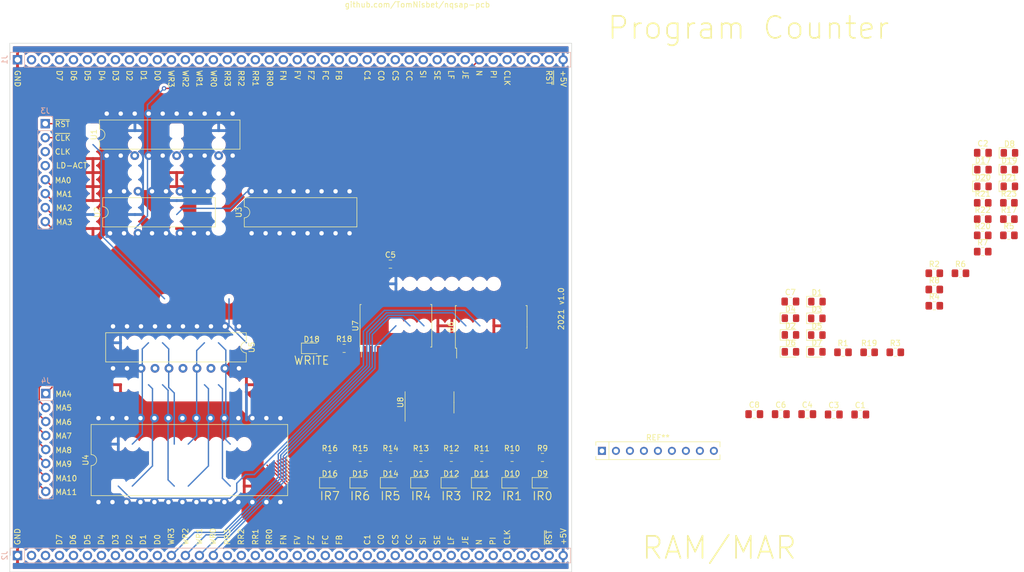
<source format=kicad_pcb>
(kicad_pcb (version 20171130) (host pcbnew "(5.1.9)-1")
  (title_block (title "NQSAP Module Template") (date 2021-10-03) (rev 1.0) (company github.com/TomNisbet/nqsap-pcb))
  (layers (0 F.Cu signal) (31 B.Cu signal) (34 B.Paste user) (35 F.Paste user) (36 B.SilkS user) (37 F.SilkS user) (38 B.Mask user) (39 F.Mask user) (44 Edge.Cuts user))
  (net 0 "")
  (net 1 CLK)
  (net 2 WR0)
  (net 3 WR1)
  (net 4 WR2)
  (net 5 WR3)
  (net 6 D0)
  (net 7 D1)
  (net 8 D2)
  (net 9 D3)
  (net 10 D4)
  (net 11 D5)
  (net 12 D6)
  (net 13 D7)
  (net 14 GND)
  (net 15 "Net-(J3-Pad4)")
  (net 16 "Net-(J3-Pad3)")
  (net 17 VCC)
  (net 18 "Net-(D1-Pad1)")
  (net 19 "Net-(D2-Pad1)")
  (net 20 "Net-(D3-Pad1)")
  (net 21 "Net-(D4-Pad1)")
  (net 22 "Net-(D5-Pad1)")
  (net 23 "Net-(D6-Pad1)")
  (net 24 "Net-(D7-Pad1)")
  (net 25 "Net-(D8-Pad1)")
  (net 26 "Net-(D9-Pad1)")
  (net 27 "Net-(D10-Pad1)")
  (net 28 "Net-(D11-Pad1)")
  (net 29 "Net-(D12-Pad1)")
  (net 30 "Net-(D13-Pad1)")
  (net 31 "Net-(D14-Pad1)")
  (net 32 "Net-(D15-Pad1)")
  (net 33 "Net-(D16-Pad1)")
  (net 34 "Net-(D17-Pad1)")
  (net 35 "Net-(R17-Pad2)")
  (net 36 "Net-(U1-Pad18)")
  (net 37 "Net-(U1-Pad8)")
  (net 38 "Net-(U1-Pad7)")
  (net 39 "Net-(U1-Pad13)")
  (net 40 "Net-(U1-Pad3)")
  (net 41 ~CLK)
  (net 42 ~WI)
  (net 43 "Net-(U3-Pad15)")
  (net 44 ~RST)
  (net 45 "Net-(J1-Pad35)")
  (net 46 "Net-(J1-Pad33)")
  (net 47 "Net-(J1-Pad32)")
  (net 48 "Net-(J1-Pad31)")
  (net 49 "Net-(J1-Pad30)")
  (net 50 "Net-(J1-Pad29)")
  (net 51 "Net-(J1-Pad28)")
  (net 52 "Net-(J1-Pad27)")
  (net 53 "Net-(J1-Pad26)")
  (net 54 "Net-(J1-Pad25)")
  (net 55 "Net-(J1-Pad24)")
  (net 56 "Net-(J1-Pad23)")
  (net 57 "Net-(J1-Pad22)")
  (net 58 "Net-(J1-Pad21)")
  (net 59 "Net-(J1-Pad20)")
  (net 60 "Net-(J2-Pad35)")
  (net 61 "Net-(J2-Pad33)")
  (net 62 "Net-(J2-Pad32)")
  (net 63 "Net-(J2-Pad31)")
  (net 64 "Net-(J2-Pad30)")
  (net 65 "Net-(J2-Pad29)")
  (net 66 "Net-(J2-Pad28)")
  (net 67 "Net-(J2-Pad27)")
  (net 68 "Net-(J2-Pad26)")
  (net 69 "Net-(J2-Pad24)")
  (net 70 "Net-(J2-Pad23)")
  (net 71 "Net-(J2-Pad22)")
  (net 72 "Net-(J2-Pad21)")
  (net 73 "Net-(J2-Pad20)")
  (net 74 "Net-(J1-Pad19)")
  (net 75 "Net-(J1-Pad18)")
  (net 76 "Net-(J1-Pad17)")
  (net 77 "Net-(J1-Pad16)")
  (net 78 "Net-(J1-Pad3)")
  (net 79 "Net-(J1-Pad2)")
  (net 80 "Net-(J2-Pad3)")
  (net 81 "Net-(J2-Pad2)")
  (net 82 "Net-(J1-Pad37)")
  (net 83 "Net-(J2-Pad37)")
  (net 84 "Net-(D18-Pad1)")
  (net 85 "Net-(J1-Pad15)")
  (net 86 "Net-(J1-Pad14)")
  (net 87 "Net-(J1-Pad13)")
  (net 88 "Net-(J1-Pad12)")
  (net 89 "Net-(J2-Pad34)")
  (net 90 "Net-(J1-Pad36)")
  (net 91 "Net-(J1-Pad39)")
  (net 92 /PC0)
  (net 93 /PC1)
  (net 94 /PC2)
  (net 95 /PC3)
  (net 96 /PC4)
  (net 97 /PC5)
  (net 98 /PC6)
  (net 99 /PC7)
  (net 100 /RA0)
  (net 101 /RA1)
  (net 102 /RA2)
  (net 103 /RA3)
  (net 104 /RA4)
  (net 105 /RA5)
  (net 106 /RA6)
  (net 107 /RA7)
  (net 108 "Net-(D19-Pad1)")
  (net 109 "Net-(D20-Pad1)")
  (net 110 "Net-(D21-Pad1)")
  (net 111 ~JMP)
  (net 112 "Net-(J1-Pad34)")
  (net 113 RS)
  (net 114 RR0)
  (net 115 RR1)
  (net 116 RR2)
  (net 117 RR3)
  (net 118 "Net-(J3-Pad8)")
  (net 119 "Net-(J3-Pad7)")
  (net 120 "Net-(J3-Pad6)")
  (net 121 "Net-(J3-Pad5)")
  (net 122 "Net-(J3-Pad2)")
  (net 123 "Net-(J3-Pad1)")
  (net 124 "Net-(J4-Pad8)")
  (net 125 "Net-(J4-Pad7)")
  (net 126 "Net-(J4-Pad6)")
  (net 127 "Net-(J4-Pad5)")
  (net 128 "Net-(J4-Pad4)")
  (net 129 "Net-(J4-Pad3)")
  (net 130 "Net-(J4-Pad2)")
  (net 131 "Net-(J4-Pad1)")
  (net 132 ~RP)
  (net 133 ~RR)
  (net 134 ~WP)
  (net 135 ~WR)
  (net 136 ~WM)
  (net 137 "Net-(R22-Pad1)")
  (net 138 "Net-(U2-Pad15)")
  (net 139 "Net-(U2-Pad9)")
  (net 140 "Net-(U4-Pad27)")
  (net 141 "Net-(U6-Pad15)")
  (net 142 "Net-(U6-Pad13)")
  (net 143 "Net-(U6-Pad12)")
  (net 144 "Net-(U6-Pad11)")
  (net 145 "Net-(U6-Pad10)")
  (net 146 "Net-(U6-Pad9)")
  (net 147 "Net-(U7-Pad15)")
  (net 148 "Net-(U7-Pad12)")
  (net 149 "Net-(U7-Pad11)")
  (net 150 "Net-(U7-Pad10)")
  (net 151 "Net-(U7-Pad9)")
  (net 152 "Net-(U8-Pad10)")
  (net 153 "Net-(U8-Pad3)")
  (module Package_SIP:SIP-9_22.3x3mm_P2.54mm (layer F.Cu) (at 192.5 117)
    (fp_text reference REF** (at 10.16 -2.4) (layer F.SilkS))
    (fp_text value SIP-9_22.3x3mm_P2.54mm)
    (pad 9 thru_hole circle (at 20.32 0 90) (size 1.45 1.45) (drill 0.85) (layers *.Cu *.Mask))
    (pad 8 thru_hole circle (at 17.78 0 90) (size 1.45 1.45) (drill 0.85) (layers *.Cu *.Mask))
    (pad 7 thru_hole circle (at 15.24 0 90) (size 1.45 1.45) (drill 0.85) (layers *.Cu *.Mask))
    (pad 6 thru_hole circle (at 12.7 0 90) (size 1.45 1.45) (drill 0.85) (layers *.Cu *.Mask))
    (pad 5 thru_hole circle (at 10.16 0 90) (size 1.45 1.45) (drill 0.85) (layers *.Cu *.Mask))
    (pad 4 thru_hole circle (at 7.62 0 90) (size 1.45 1.45) (drill 0.85) (layers *.Cu *.Mask))
    (pad 3 thru_hole circle (at 5.08 0 90) (size 1.45 1.45) (drill 0.85) (layers *.Cu *.Mask))
    (pad 2 thru_hole circle (at 2.54 0 90) (size 1.45 1.45) (drill 0.85) (layers *.Cu *.Mask))
    (pad 1 thru_hole rect (at 0 0 90) (size 1.45 1.45) (drill 0.85) (layers *.Cu *.Mask))
  )
  (module Package_SO:SOIC-14_3.9x8.7mm_P1.27mm (layer F.Cu) (at 161.2 108.2 90)
    (fp_text reference U8 (at 0 -5.28 90) (layer F.SilkS))
    (fp_text value 74HCT00)
    (pad 14 smd roundrect (at 2.475 -3.81 90) (size 1.95 0.6) (layers F.Cu F.Paste F.Mask) (net 17 VCC))
    (pad 13 smd roundrect (at 2.475 -2.54 90) (size 1.95 0.6) (layers F.Cu F.Paste F.Mask) (net 135 ~WR))
    (pad 12 smd roundrect (at 2.475 -1.27 90) (size 1.95 0.6) (layers F.Cu F.Paste F.Mask) (net 135 ~WR))
    (pad 11 smd roundrect (at 2.475 0 90) (size 1.95 0.6) (layers F.Cu F.Paste F.Mask) (net 152 "Net-(U8-Pad10)"))
    (pad 10 smd roundrect (at 2.475 1.27 90) (size 1.95 0.6) (layers F.Cu F.Paste F.Mask) (net 152 "Net-(U8-Pad10)"))
    (pad 9 smd roundrect (at 2.475 2.54 90) (size 1.95 0.6) (layers F.Cu F.Paste F.Mask) (net 1 CLK))
    (pad 8 smd roundrect (at 2.475 3.81 90) (size 1.95 0.6) (layers F.Cu F.Paste F.Mask) (net 140 "Net-(U4-Pad27)"))
    (pad 7 smd roundrect (at -2.475 3.81 90) (size 1.95 0.6) (layers F.Cu F.Paste F.Mask) (net 14 GND))
    (pad 6 smd roundrect (at -2.475 2.54 90) (size 1.95 0.6) (layers F.Cu F.Paste F.Mask) (net 139 "Net-(U2-Pad9)"))
    (pad 5 smd roundrect (at -2.475 1.27 90) (size 1.95 0.6) (layers F.Cu F.Paste F.Mask) (net 153 "Net-(U8-Pad3)"))
    (pad 4 smd roundrect (at -2.475 0 90) (size 1.95 0.6) (layers F.Cu F.Paste F.Mask) (net 153 "Net-(U8-Pad3)"))
    (pad 3 smd roundrect (at -2.475 -1.27 90) (size 1.95 0.6) (layers F.Cu F.Paste F.Mask) (net 153 "Net-(U8-Pad3)"))
    (pad 2 smd roundrect (at -2.475 -2.54 90) (size 1.95 0.6) (layers F.Cu F.Paste F.Mask) (net 111 ~JMP))
    (pad 1 smd roundrect (at -2.475 -3.81 90) (size 1.95 0.6) (layers F.Cu F.Paste F.Mask) (net 132 ~RP))
  )
  (module Package_SO:SOIC-20W_7.5x12.8mm_P1.27mm (layer F.Cu) (at 172.4 94.5 90)
    (fp_text reference U6 (at 0 -7.35 90) (layer F.SilkS))
    (fp_text value 74HCT138)
    (pad 20 smd roundrect (at 4.65 -5.715 90) (size 2.05 0.6) (layers F.Cu F.Paste F.Mask))
    (pad 19 smd roundrect (at 4.65 -4.445 90) (size 2.05 0.6) (layers F.Cu F.Paste F.Mask))
    (pad 18 smd roundrect (at 4.65 -3.175 90) (size 2.05 0.6) (layers F.Cu F.Paste F.Mask))
    (pad 17 smd roundrect (at 4.65 -1.905 90) (size 2.05 0.6) (layers F.Cu F.Paste F.Mask))
    (pad 16 smd roundrect (at 4.65 -0.635 90) (size 2.05 0.6) (layers F.Cu F.Paste F.Mask) (net 17 VCC))
    (pad 15 smd roundrect (at 4.65 0.635 90) (size 2.05 0.6) (layers F.Cu F.Paste F.Mask) (net 141 "Net-(U6-Pad15)"))
    (pad 14 smd roundrect (at 4.65 1.905 90) (size 2.05 0.6) (layers F.Cu F.Paste F.Mask) (net 133 ~RR))
    (pad 13 smd roundrect (at 4.65 3.175 90) (size 2.05 0.6) (layers F.Cu F.Paste F.Mask) (net 142 "Net-(U6-Pad13)"))
    (pad 12 smd roundrect (at 4.65 4.445 90) (size 2.05 0.6) (layers F.Cu F.Paste F.Mask) (net 143 "Net-(U6-Pad12)"))
    (pad 11 smd roundrect (at 4.65 5.715 90) (size 2.05 0.6) (layers F.Cu F.Paste F.Mask) (net 144 "Net-(U6-Pad11)"))
    (pad 10 smd roundrect (at -4.65 5.715 90) (size 2.05 0.6) (layers F.Cu F.Paste F.Mask) (net 145 "Net-(U6-Pad10)"))
    (pad 9 smd roundrect (at -4.65 4.445 90) (size 2.05 0.6) (layers F.Cu F.Paste F.Mask) (net 146 "Net-(U6-Pad9)"))
    (pad 8 smd roundrect (at -4.65 3.175 90) (size 2.05 0.6) (layers F.Cu F.Paste F.Mask) (net 14 GND))
    (pad 7 smd roundrect (at -4.65 1.905 90) (size 2.05 0.6) (layers F.Cu F.Paste F.Mask) (net 132 ~RP))
    (pad 6 smd roundrect (at -4.65 0.635 90) (size 2.05 0.6) (layers F.Cu F.Paste F.Mask) (net 17 VCC))
    (pad 5 smd roundrect (at -4.65 -0.635 90) (size 2.05 0.6) (layers F.Cu F.Paste F.Mask) (net 117 RR3))
    (pad 4 smd roundrect (at -4.65 -1.905 90) (size 2.05 0.6) (layers F.Cu F.Paste F.Mask) (net 14 GND))
    (pad 3 smd roundrect (at -4.65 -3.175 90) (size 2.05 0.6) (layers F.Cu F.Paste F.Mask) (net 116 RR2))
    (pad 2 smd roundrect (at -4.65 -4.445 90) (size 2.05 0.6) (layers F.Cu F.Paste F.Mask) (net 115 RR1))
    (pad 1 smd roundrect (at -4.65 -5.715 90) (size 2.05 0.6) (layers F.Cu F.Paste F.Mask) (net 114 RR0))
  )
  (module Package_DIP:DIP-20_W7.62mm (layer F.Cu) (at 126.6 94.4 270)
    (fp_text reference U5 (at 3.81 -2.33 90) (layer F.SilkS))
    (fp_text value 74HCT377)
    (pad 20 thru_hole oval (at 7.62 0 270) (size 1.6 1.6) (drill 0.8) (layers *.Cu *.Mask) (net 17 VCC))
    (pad 10 thru_hole oval (at 0 22.86 270) (size 1.6 1.6) (drill 0.8) (layers *.Cu *.Mask) (net 14 GND))
    (pad 19 thru_hole oval (at 7.62 2.54 270) (size 1.6 1.6) (drill 0.8) (layers *.Cu *.Mask) (net 107 /RA7))
    (pad 9 thru_hole oval (at 0 20.32 270) (size 1.6 1.6) (drill 0.8) (layers *.Cu *.Mask) (net 103 /RA3))
    (pad 18 thru_hole oval (at 7.62 5.08 270) (size 1.6 1.6) (drill 0.8) (layers *.Cu *.Mask) (net 13 D7))
    (pad 8 thru_hole oval (at 0 17.78 270) (size 1.6 1.6) (drill 0.8) (layers *.Cu *.Mask) (net 9 D3))
    (pad 17 thru_hole oval (at 7.62 7.62 270) (size 1.6 1.6) (drill 0.8) (layers *.Cu *.Mask) (net 12 D6))
    (pad 7 thru_hole oval (at 0 15.24 270) (size 1.6 1.6) (drill 0.8) (layers *.Cu *.Mask) (net 8 D2))
    (pad 16 thru_hole oval (at 7.62 10.16 270) (size 1.6 1.6) (drill 0.8) (layers *.Cu *.Mask) (net 106 /RA6))
    (pad 6 thru_hole oval (at 0 12.7 270) (size 1.6 1.6) (drill 0.8) (layers *.Cu *.Mask) (net 102 /RA2))
    (pad 15 thru_hole oval (at 7.62 12.7 270) (size 1.6 1.6) (drill 0.8) (layers *.Cu *.Mask) (net 105 /RA5))
    (pad 5 thru_hole oval (at 0 10.16 270) (size 1.6 1.6) (drill 0.8) (layers *.Cu *.Mask) (net 101 /RA1))
    (pad 14 thru_hole oval (at 7.62 15.24 270) (size 1.6 1.6) (drill 0.8) (layers *.Cu *.Mask) (net 11 D5))
    (pad 4 thru_hole oval (at 0 7.62 270) (size 1.6 1.6) (drill 0.8) (layers *.Cu *.Mask) (net 7 D1))
    (pad 13 thru_hole oval (at 7.62 17.78 270) (size 1.6 1.6) (drill 0.8) (layers *.Cu *.Mask) (net 10 D4))
    (pad 3 thru_hole oval (at 0 5.08 270) (size 1.6 1.6) (drill 0.8) (layers *.Cu *.Mask) (net 6 D0))
    (pad 12 thru_hole oval (at 7.62 20.32 270) (size 1.6 1.6) (drill 0.8) (layers *.Cu *.Mask) (net 104 /RA4))
    (pad 2 thru_hole oval (at 0 2.54 270) (size 1.6 1.6) (drill 0.8) (layers *.Cu *.Mask) (net 100 /RA0))
    (pad 11 thru_hole oval (at 7.62 22.86 270) (size 1.6 1.6) (drill 0.8) (layers *.Cu *.Mask) (net 1 CLK))
    (pad 1 thru_hole rect (at 0 0 270) (size 1.6 1.6) (drill 0.8) (layers *.Cu *.Mask) (net 136 ~WM))
  )
  (module Package_DIP:DIP-28_W15.24mm (layer F.Cu) (at 101.1 126.3 90)
    (fp_text reference U4 (at 7.62 -2.33 90) (layer F.SilkS))
    (fp_text value CY62256-70PC)
    (pad 28 thru_hole oval (at 15.24 0 90) (size 1.6 1.6) (drill 0.8) (layers *.Cu *.Mask) (net 17 VCC))
    (pad 14 thru_hole oval (at 0 33.02 90) (size 1.6 1.6) (drill 0.8) (layers *.Cu *.Mask) (net 14 GND))
    (pad 27 thru_hole oval (at 15.24 2.54 90) (size 1.6 1.6) (drill 0.8) (layers *.Cu *.Mask) (net 140 "Net-(U4-Pad27)"))
    (pad 13 thru_hole oval (at 0 30.48 90) (size 1.6 1.6) (drill 0.8) (layers *.Cu *.Mask) (net 8 D2))
    (pad 26 thru_hole oval (at 15.24 5.08 90) (size 1.6 1.6) (drill 0.8) (layers *.Cu *.Mask) (net 14 GND))
    (pad 12 thru_hole oval (at 0 27.94 90) (size 1.6 1.6) (drill 0.8) (layers *.Cu *.Mask) (net 7 D1))
    (pad 25 thru_hole oval (at 15.24 7.62 90) (size 1.6 1.6) (drill 0.8) (layers *.Cu *.Mask) (net 137 "Net-(R22-Pad1)"))
    (pad 11 thru_hole oval (at 0 25.4 90) (size 1.6 1.6) (drill 0.8) (layers *.Cu *.Mask) (net 6 D0))
    (pad 24 thru_hole oval (at 15.24 10.16 90) (size 1.6 1.6) (drill 0.8) (layers *.Cu *.Mask) (net 14 GND))
    (pad 10 thru_hole oval (at 0 22.86 90) (size 1.6 1.6) (drill 0.8) (layers *.Cu *.Mask) (net 100 /RA0))
    (pad 23 thru_hole oval (at 15.24 12.7 90) (size 1.6 1.6) (drill 0.8) (layers *.Cu *.Mask) (net 14 GND))
    (pad 9 thru_hole oval (at 0 20.32 90) (size 1.6 1.6) (drill 0.8) (layers *.Cu *.Mask) (net 101 /RA1))
    (pad 22 thru_hole oval (at 15.24 15.24 90) (size 1.6 1.6) (drill 0.8) (layers *.Cu *.Mask) (net 135 ~WR))
    (pad 8 thru_hole oval (at 0 17.78 90) (size 1.6 1.6) (drill 0.8) (layers *.Cu *.Mask) (net 102 /RA2))
    (pad 21 thru_hole oval (at 15.24 17.78 90) (size 1.6 1.6) (drill 0.8) (layers *.Cu *.Mask) (net 14 GND))
    (pad 7 thru_hole oval (at 0 15.24 90) (size 1.6 1.6) (drill 0.8) (layers *.Cu *.Mask) (net 103 /RA3))
    (pad 20 thru_hole oval (at 15.24 20.32 90) (size 1.6 1.6) (drill 0.8) (layers *.Cu *.Mask) (net 14 GND))
    (pad 6 thru_hole oval (at 0 12.7 90) (size 1.6 1.6) (drill 0.8) (layers *.Cu *.Mask) (net 104 /RA4))
    (pad 19 thru_hole oval (at 15.24 22.86 90) (size 1.6 1.6) (drill 0.8) (layers *.Cu *.Mask) (net 13 D7))
    (pad 5 thru_hole oval (at 0 10.16 90) (size 1.6 1.6) (drill 0.8) (layers *.Cu *.Mask) (net 105 /RA5))
    (pad 18 thru_hole oval (at 15.24 25.4 90) (size 1.6 1.6) (drill 0.8) (layers *.Cu *.Mask) (net 12 D6))
    (pad 4 thru_hole oval (at 0 7.62 90) (size 1.6 1.6) (drill 0.8) (layers *.Cu *.Mask) (net 106 /RA6))
    (pad 17 thru_hole oval (at 15.24 27.94 90) (size 1.6 1.6) (drill 0.8) (layers *.Cu *.Mask) (net 11 D5))
    (pad 3 thru_hole oval (at 0 5.08 90) (size 1.6 1.6) (drill 0.8) (layers *.Cu *.Mask) (net 107 /RA7))
    (pad 16 thru_hole oval (at 15.24 30.48 90) (size 1.6 1.6) (drill 0.8) (layers *.Cu *.Mask) (net 10 D4))
    (pad 2 thru_hole oval (at 0 2.54 90) (size 1.6 1.6) (drill 0.8) (layers *.Cu *.Mask) (net 14 GND))
    (pad 15 thru_hole oval (at 15.24 33.02 90) (size 1.6 1.6) (drill 0.8) (layers *.Cu *.Mask) (net 9 D3))
    (pad 1 thru_hole rect (at 0 0 90) (size 1.6 1.6) (drill 0.8) (layers *.Cu *.Mask) (net 14 GND))
  )
  (module Package_DIP:DIP-16_W7.62mm (layer F.Cu) (at 128.9 77.5 90)
    (fp_text reference U3 (at 3.81 -2.33 90) (layer F.SilkS))
    (fp_text value 74HCT161)
    (pad 16 thru_hole oval (at 7.62 0 90) (size 1.6 1.6) (drill 0.8) (layers *.Cu *.Mask) (net 17 VCC))
    (pad 8 thru_hole oval (at 0 17.78 90) (size 1.6 1.6) (drill 0.8) (layers *.Cu *.Mask) (net 14 GND))
    (pad 15 thru_hole oval (at 7.62 2.54 90) (size 1.6 1.6) (drill 0.8) (layers *.Cu *.Mask) (net 43 "Net-(U3-Pad15)"))
    (pad 7 thru_hole oval (at 0 15.24 90) (size 1.6 1.6) (drill 0.8) (layers *.Cu *.Mask) (net 17 VCC))
    (pad 14 thru_hole oval (at 7.62 5.08 90) (size 1.6 1.6) (drill 0.8) (layers *.Cu *.Mask) (net 96 /PC4))
    (pad 6 thru_hole oval (at 0 12.7 90) (size 1.6 1.6) (drill 0.8) (layers *.Cu *.Mask) (net 13 D7))
    (pad 13 thru_hole oval (at 7.62 7.62 90) (size 1.6 1.6) (drill 0.8) (layers *.Cu *.Mask) (net 97 /PC5))
    (pad 5 thru_hole oval (at 0 10.16 90) (size 1.6 1.6) (drill 0.8) (layers *.Cu *.Mask) (net 12 D6))
    (pad 12 thru_hole oval (at 7.62 10.16 90) (size 1.6 1.6) (drill 0.8) (layers *.Cu *.Mask) (net 98 /PC6))
    (pad 4 thru_hole oval (at 0 7.62 90) (size 1.6 1.6) (drill 0.8) (layers *.Cu *.Mask) (net 11 D5))
    (pad 11 thru_hole oval (at 7.62 12.7 90) (size 1.6 1.6) (drill 0.8) (layers *.Cu *.Mask) (net 99 /PC7))
    (pad 3 thru_hole oval (at 0 5.08 90) (size 1.6 1.6) (drill 0.8) (layers *.Cu *.Mask) (net 10 D4))
    (pad 10 thru_hole oval (at 7.62 15.24 90) (size 1.6 1.6) (drill 0.8) (layers *.Cu *.Mask) (net 17 VCC))
    (pad 2 thru_hole oval (at 0 2.54 90) (size 1.6 1.6) (drill 0.8) (layers *.Cu *.Mask) (net 1 CLK))
    (pad 9 thru_hole oval (at 7.62 17.78 90) (size 1.6 1.6) (drill 0.8) (layers *.Cu *.Mask) (net 139 "Net-(U2-Pad9)"))
    (pad 1 thru_hole rect (at 0 0 90) (size 1.6 1.6) (drill 0.8) (layers *.Cu *.Mask) (net 44 ~RST))
  )
  (module Package_DIP:DIP-16_W7.62mm (layer F.Cu) (at 103.2 77.5 90)
    (fp_text reference U2 (at 3.81 -2.33 90) (layer F.SilkS))
    (fp_text value 74HCT161)
    (pad 16 thru_hole oval (at 7.62 0 90) (size 1.6 1.6) (drill 0.8) (layers *.Cu *.Mask) (net 17 VCC))
    (pad 8 thru_hole oval (at 0 17.78 90) (size 1.6 1.6) (drill 0.8) (layers *.Cu *.Mask) (net 14 GND))
    (pad 15 thru_hole oval (at 7.62 2.54 90) (size 1.6 1.6) (drill 0.8) (layers *.Cu *.Mask) (net 138 "Net-(U2-Pad15)"))
    (pad 7 thru_hole oval (at 0 15.24 90) (size 1.6 1.6) (drill 0.8) (layers *.Cu *.Mask) (net 17 VCC))
    (pad 14 thru_hole oval (at 7.62 5.08 90) (size 1.6 1.6) (drill 0.8) (layers *.Cu *.Mask) (net 92 /PC0))
    (pad 6 thru_hole oval (at 0 12.7 90) (size 1.6 1.6) (drill 0.8) (layers *.Cu *.Mask) (net 9 D3))
    (pad 13 thru_hole oval (at 7.62 7.62 90) (size 1.6 1.6) (drill 0.8) (layers *.Cu *.Mask) (net 93 /PC1))
    (pad 5 thru_hole oval (at 0 10.16 90) (size 1.6 1.6) (drill 0.8) (layers *.Cu *.Mask) (net 8 D2))
    (pad 12 thru_hole oval (at 7.62 10.16 90) (size 1.6 1.6) (drill 0.8) (layers *.Cu *.Mask) (net 94 /PC2))
    (pad 4 thru_hole oval (at 0 7.62 90) (size 1.6 1.6) (drill 0.8) (layers *.Cu *.Mask) (net 7 D1))
    (pad 11 thru_hole oval (at 7.62 12.7 90) (size 1.6 1.6) (drill 0.8) (layers *.Cu *.Mask) (net 95 /PC3))
    (pad 3 thru_hole oval (at 0 5.08 90) (size 1.6 1.6) (drill 0.8) (layers *.Cu *.Mask) (net 6 D0))
    (pad 10 thru_hole oval (at 7.62 15.24 90) (size 1.6 1.6) (drill 0.8) (layers *.Cu *.Mask) (net 17 VCC))
    (pad 2 thru_hole oval (at 0 2.54 90) (size 1.6 1.6) (drill 0.8) (layers *.Cu *.Mask) (net 1 CLK))
    (pad 9 thru_hole oval (at 7.62 17.78 90) (size 1.6 1.6) (drill 0.8) (layers *.Cu *.Mask) (net 139 "Net-(U2-Pad9)"))
    (pad 1 thru_hole rect (at 0 0 90) (size 1.6 1.6) (drill 0.8) (layers *.Cu *.Mask) (net 44 ~RST))
  )
  (module Package_DIP:DIP-20_W7.62mm (layer F.Cu) (at 102.6 63.4 90)
    (fp_text reference U1 (at 3.81 -2.33 90) (layer F.SilkS))
    (fp_text value 74LS245)
    (pad 20 thru_hole oval (at 7.62 0 90) (size 1.6 1.6) (drill 0.8) (layers *.Cu *.Mask) (net 17 VCC))
    (pad 10 thru_hole oval (at 0 22.86 90) (size 1.6 1.6) (drill 0.8) (layers *.Cu *.Mask) (net 14 GND))
    (pad 19 thru_hole oval (at 7.62 2.54 90) (size 1.6 1.6) (drill 0.8) (layers *.Cu *.Mask) (net 132 ~RP))
    (pad 9 thru_hole oval (at 0 20.32 90) (size 1.6 1.6) (drill 0.8) (layers *.Cu *.Mask) (net 99 /PC7))
    (pad 18 thru_hole oval (at 7.62 5.08 90) (size 1.6 1.6) (drill 0.8) (layers *.Cu *.Mask) (net 6 D0))
    (pad 8 thru_hole oval (at 0 17.78 90) (size 1.6 1.6) (drill 0.8) (layers *.Cu *.Mask) (net 98 /PC6))
    (pad 17 thru_hole oval (at 7.62 7.62 90) (size 1.6 1.6) (drill 0.8) (layers *.Cu *.Mask) (net 7 D1))
    (pad 7 thru_hole oval (at 0 15.24 90) (size 1.6 1.6) (drill 0.8) (layers *.Cu *.Mask) (net 97 /PC5))
    (pad 16 thru_hole oval (at 7.62 10.16 90) (size 1.6 1.6) (drill 0.8) (layers *.Cu *.Mask) (net 8 D2))
    (pad 6 thru_hole oval (at 0 12.7 90) (size 1.6 1.6) (drill 0.8) (layers *.Cu *.Mask) (net 96 /PC4))
    (pad 15 thru_hole oval (at 7.62 12.7 90) (size 1.6 1.6) (drill 0.8) (layers *.Cu *.Mask) (net 9 D3))
    (pad 5 thru_hole oval (at 0 10.16 90) (size 1.6 1.6) (drill 0.8) (layers *.Cu *.Mask) (net 95 /PC3))
    (pad 14 thru_hole oval (at 7.62 15.24 90) (size 1.6 1.6) (drill 0.8) (layers *.Cu *.Mask) (net 10 D4))
    (pad 4 thru_hole oval (at 0 7.62 90) (size 1.6 1.6) (drill 0.8) (layers *.Cu *.Mask) (net 94 /PC2))
    (pad 13 thru_hole oval (at 7.62 17.78 90) (size 1.6 1.6) (drill 0.8) (layers *.Cu *.Mask) (net 11 D5))
    (pad 3 thru_hole oval (at 0 5.08 90) (size 1.6 1.6) (drill 0.8) (layers *.Cu *.Mask) (net 93 /PC1))
    (pad 12 thru_hole oval (at 7.62 20.32 90) (size 1.6 1.6) (drill 0.8) (layers *.Cu *.Mask) (net 12 D6))
    (pad 2 thru_hole oval (at 0 2.54 90) (size 1.6 1.6) (drill 0.8) (layers *.Cu *.Mask) (net 92 /PC0))
    (pad 11 thru_hole oval (at 7.62 22.86 90) (size 1.6 1.6) (drill 0.8) (layers *.Cu *.Mask) (net 13 D7))
    (pad 1 thru_hole rect (at 0 0 90) (size 1.6 1.6) (drill 0.8) (layers *.Cu *.Mask) (net 17 VCC))
  )
  (module Resistor_SMD:R_0805_2012Metric_Pad1.20x1.40mm_HandSolder (layer F.Cu) (at 266.38 71.98)
    (fp_text reference R23 (at 0 -1.65) (layer F.SilkS))
    (fp_text value 0)
    (pad 2 smd roundrect (at 1 0) (size 1.2 1.4) (layers F.Cu F.Paste F.Mask) (roundrect_rratio 0.208333) (net 113 RS))
    (pad 1 smd roundrect (at -1 0) (size 1.2 1.4) (layers F.Cu F.Paste F.Mask) (roundrect_rratio 0.208333) (net 137 "Net-(R22-Pad1)"))
  )
  (module Resistor_SMD:R_0805_2012Metric_Pad1.20x1.40mm_HandSolder (layer F.Cu) (at 261.63 74.93)
    (fp_text reference R22 (at 0 -1.65) (layer F.SilkS))
    (fp_text value 0)
    (pad 2 smd roundrect (at 1 0) (size 1.2 1.4) (layers F.Cu F.Paste F.Mask) (roundrect_rratio 0.208333) (net 14 GND))
    (pad 1 smd roundrect (at -1 0) (size 1.2 1.4) (layers F.Cu F.Paste F.Mask) (roundrect_rratio 0.208333) (net 137 "Net-(R22-Pad1)"))
  )
  (module Resistor_SMD:R_0805_2012Metric_Pad1.20x1.40mm_HandSolder (layer F.Cu) (at 261.63 71.98)
    (fp_text reference R21 (at 0 -1.65) (layer F.SilkS))
    (fp_text value R-GRN)
    (pad 2 smd roundrect (at 1 0) (size 1.2 1.4) (layers F.Cu F.Paste F.Mask) (roundrect_rratio 0.208333) (net 136 ~WM))
    (pad 1 smd roundrect (at -1 0) (size 1.2 1.4) (layers F.Cu F.Paste F.Mask) (roundrect_rratio 0.208333) (net 110 "Net-(D21-Pad1)"))
  )
  (module Resistor_SMD:R_0805_2012Metric_Pad1.20x1.40mm_HandSolder (layer F.Cu) (at 261.63 77.88)
    (fp_text reference R20 (at 0 -1.65) (layer F.SilkS))
    (fp_text value R-GRN)
    (pad 2 smd roundrect (at 1 0) (size 1.2 1.4) (layers F.Cu F.Paste F.Mask) (roundrect_rratio 0.208333) (net 135 ~WR))
    (pad 1 smd roundrect (at -1 0) (size 1.2 1.4) (layers F.Cu F.Paste F.Mask) (roundrect_rratio 0.208333) (net 109 "Net-(D20-Pad1)"))
  )
  (module Resistor_SMD:R_0805_2012Metric_Pad1.20x1.40mm_HandSolder (layer F.Cu) (at 241.01 99.11)
    (fp_text reference R19 (at 0 -1.65) (layer F.SilkS))
    (fp_text value R-RED)
    (pad 2 smd roundrect (at 1 0) (size 1.2 1.4) (layers F.Cu F.Paste F.Mask) (roundrect_rratio 0.208333) (net 134 ~WP))
    (pad 1 smd roundrect (at -1 0) (size 1.2 1.4) (layers F.Cu F.Paste F.Mask) (roundrect_rratio 0.208333) (net 108 "Net-(D19-Pad1)"))
  )
  (module Resistor_SMD:R_0805_2012Metric_Pad1.20x1.40mm_HandSolder (layer F.Cu) (at 266.38 74.93)
    (fp_text reference R17 (at 0 -1.65) (layer F.SilkS))
    (fp_text value R-RED)
    (pad 2 smd roundrect (at 1 0) (size 1.2 1.4) (layers F.Cu F.Paste F.Mask) (roundrect_rratio 0.208333) (net 132 ~RP))
    (pad 1 smd roundrect (at -1 0) (size 1.2 1.4) (layers F.Cu F.Paste F.Mask) (roundrect_rratio 0.208333) (net 34 "Net-(D17-Pad1)"))
  )
  (module Resistor_SMD:R_0805_2012Metric_Pad1.20x1.40mm_HandSolder (layer F.Cu) (at 252.84 87.71)
    (fp_text reference R8 (at 0 -1.65) (layer F.SilkS))
    (fp_text value R-GRN)
    (pad 2 smd roundrect (at 1 0) (size 1.2 1.4) (layers F.Cu F.Paste F.Mask) (roundrect_rratio 0.208333) (net 14 GND))
    (pad 1 smd roundrect (at -1 0) (size 1.2 1.4) (layers F.Cu F.Paste F.Mask) (roundrect_rratio 0.208333) (net 25 "Net-(D8-Pad1)"))
  )
  (module Resistor_SMD:R_0805_2012Metric_Pad1.20x1.40mm_HandSolder (layer F.Cu) (at 261.63 80.83)
    (fp_text reference R7 (at 0 -1.65) (layer F.SilkS))
    (fp_text value R-GRN)
    (pad 2 smd roundrect (at 1 0) (size 1.2 1.4) (layers F.Cu F.Paste F.Mask) (roundrect_rratio 0.208333) (net 14 GND))
    (pad 1 smd roundrect (at -1 0) (size 1.2 1.4) (layers F.Cu F.Paste F.Mask) (roundrect_rratio 0.208333) (net 24 "Net-(D7-Pad1)"))
  )
  (module Resistor_SMD:R_0805_2012Metric_Pad1.20x1.40mm_HandSolder (layer F.Cu) (at 257.59 84.76)
    (fp_text reference R6 (at 0 -1.65) (layer F.SilkS))
    (fp_text value R-GRN)
    (pad 2 smd roundrect (at 1 0) (size 1.2 1.4) (layers F.Cu F.Paste F.Mask) (roundrect_rratio 0.208333) (net 14 GND))
    (pad 1 smd roundrect (at -1 0) (size 1.2 1.4) (layers F.Cu F.Paste F.Mask) (roundrect_rratio 0.208333) (net 23 "Net-(D6-Pad1)"))
  )
  (module Resistor_SMD:R_0805_2012Metric_Pad1.20x1.40mm_HandSolder (layer F.Cu) (at 266.38 77.88)
    (fp_text reference R5 (at 0 -1.65) (layer F.SilkS))
    (fp_text value R-GRN)
    (pad 2 smd roundrect (at 1 0) (size 1.2 1.4) (layers F.Cu F.Paste F.Mask) (roundrect_rratio 0.208333) (net 14 GND))
    (pad 1 smd roundrect (at -1 0) (size 1.2 1.4) (layers F.Cu F.Paste F.Mask) (roundrect_rratio 0.208333) (net 22 "Net-(D5-Pad1)"))
  )
  (module Resistor_SMD:R_0805_2012Metric_Pad1.20x1.40mm_HandSolder (layer F.Cu) (at 252.84 90.66)
    (fp_text reference R4 (at 0 -1.65) (layer F.SilkS))
    (fp_text value R-GRN)
    (pad 2 smd roundrect (at 1 0) (size 1.2 1.4) (layers F.Cu F.Paste F.Mask) (roundrect_rratio 0.208333) (net 14 GND))
    (pad 1 smd roundrect (at -1 0) (size 1.2 1.4) (layers F.Cu F.Paste F.Mask) (roundrect_rratio 0.208333) (net 21 "Net-(D4-Pad1)"))
  )
  (module Resistor_SMD:R_0805_2012Metric_Pad1.20x1.40mm_HandSolder (layer F.Cu) (at 245.76 99.11)
    (fp_text reference R3 (at 0 -1.65) (layer F.SilkS))
    (fp_text value R-GRN)
    (pad 2 smd roundrect (at 1 0) (size 1.2 1.4) (layers F.Cu F.Paste F.Mask) (roundrect_rratio 0.208333) (net 14 GND))
    (pad 1 smd roundrect (at -1 0) (size 1.2 1.4) (layers F.Cu F.Paste F.Mask) (roundrect_rratio 0.208333) (net 20 "Net-(D3-Pad1)"))
  )
  (module Resistor_SMD:R_0805_2012Metric_Pad1.20x1.40mm_HandSolder (layer F.Cu) (at 252.84 84.76)
    (fp_text reference R2 (at 0 -1.65) (layer F.SilkS))
    (fp_text value R-GRN)
    (pad 2 smd roundrect (at 1 0) (size 1.2 1.4) (layers F.Cu F.Paste F.Mask) (roundrect_rratio 0.208333) (net 14 GND))
    (pad 1 smd roundrect (at -1 0) (size 1.2 1.4) (layers F.Cu F.Paste F.Mask) (roundrect_rratio 0.208333) (net 19 "Net-(D2-Pad1)"))
  )
  (module Resistor_SMD:R_0805_2012Metric_Pad1.20x1.40mm_HandSolder (layer F.Cu) (at 236.26 99.11)
    (fp_text reference R1 (at 0 -1.65) (layer F.SilkS))
    (fp_text value R-GRN)
    (pad 2 smd roundrect (at 1 0) (size 1.2 1.4) (layers F.Cu F.Paste F.Mask) (roundrect_rratio 0.208333) (net 14 GND))
    (pad 1 smd roundrect (at -1 0) (size 1.2 1.4) (layers F.Cu F.Paste F.Mask) (roundrect_rratio 0.208333) (net 18 "Net-(D1-Pad1)"))
  )
  (module LED_SMD:LED_0805_2012Metric_Pad1.15x1.40mm_HandSolder (layer F.Cu) (at 266.465 68.985)
    (fp_text reference D21 (at 0 -1.65) (layer F.SilkS))
    (fp_text value READ)
    (pad 2 smd roundrect (at 1.025 0) (size 1.15 1.4) (layers F.Cu F.Paste F.Mask) (roundrect_rratio 0.217391) (net 17 VCC))
    (pad 1 smd roundrect (at -1.025 0) (size 1.15 1.4) (layers F.Cu F.Paste F.Mask) (roundrect_rratio 0.217391) (net 110 "Net-(D21-Pad1)"))
  )
  (module LED_SMD:LED_0805_2012Metric_Pad1.15x1.40mm_HandSolder (layer F.Cu) (at 261.675 68.985)
    (fp_text reference D20 (at 0 -1.65) (layer F.SilkS))
    (fp_text value READ)
    (pad 2 smd roundrect (at 1.025 0) (size 1.15 1.4) (layers F.Cu F.Paste F.Mask) (roundrect_rratio 0.217391) (net 17 VCC))
    (pad 1 smd roundrect (at -1.025 0) (size 1.15 1.4) (layers F.Cu F.Paste F.Mask) (roundrect_rratio 0.217391) (net 109 "Net-(D20-Pad1)"))
  )
  (module LED_SMD:LED_0805_2012Metric_Pad1.15x1.40mm_HandSolder (layer F.Cu) (at 266.465 65.945)
    (fp_text reference D19 (at 0 -1.65) (layer F.SilkS))
    (fp_text value WRITE)
    (pad 2 smd roundrect (at 1.025 0) (size 1.15 1.4) (layers F.Cu F.Paste F.Mask) (roundrect_rratio 0.217391) (net 17 VCC))
    (pad 1 smd roundrect (at -1.025 0) (size 1.15 1.4) (layers F.Cu F.Paste F.Mask) (roundrect_rratio 0.217391) (net 108 "Net-(D19-Pad1)"))
  )
  (module LED_SMD:LED_0805_2012Metric_Pad1.15x1.40mm_HandSolder (layer F.Cu) (at 261.675 65.945)
    (fp_text reference D17 (at 0 -1.65) (layer F.SilkS))
    (fp_text value WRITE)
    (pad 2 smd roundrect (at 1.025 0) (size 1.15 1.4) (layers F.Cu F.Paste F.Mask) (roundrect_rratio 0.217391) (net 17 VCC))
    (pad 1 smd roundrect (at -1.025 0) (size 1.15 1.4) (layers F.Cu F.Paste F.Mask) (roundrect_rratio 0.217391) (net 34 "Net-(D17-Pad1)"))
  )
  (module LED_SMD:LED_0805_2012Metric_Pad1.15x1.40mm_HandSolder (layer F.Cu) (at 266.485 62.905)
    (fp_text reference D8 (at 0 -1.65) (layer F.SilkS))
    (fp_text value IR7)
    (pad 2 smd roundrect (at 1.025 0) (size 1.15 1.4) (layers F.Cu F.Paste F.Mask) (roundrect_rratio 0.217391) (net 99 /PC7))
    (pad 1 smd roundrect (at -1.025 0) (size 1.15 1.4) (layers F.Cu F.Paste F.Mask) (roundrect_rratio 0.217391) (net 25 "Net-(D8-Pad1)"))
  )
  (module LED_SMD:LED_0805_2012Metric_Pad1.15x1.40mm_HandSolder (layer F.Cu) (at 231.515 99.025)
    (fp_text reference D7 (at 0 -1.65) (layer F.SilkS))
    (fp_text value IR6)
    (pad 2 smd roundrect (at 1.025 0) (size 1.15 1.4) (layers F.Cu F.Paste F.Mask) (roundrect_rratio 0.217391) (net 98 /PC6))
    (pad 1 smd roundrect (at -1.025 0) (size 1.15 1.4) (layers F.Cu F.Paste F.Mask) (roundrect_rratio 0.217391) (net 24 "Net-(D7-Pad1)"))
  )
  (module LED_SMD:LED_0805_2012Metric_Pad1.15x1.40mm_HandSolder (layer F.Cu) (at 226.725 99.025)
    (fp_text reference D6 (at 0 -1.65) (layer F.SilkS))
    (fp_text value IR5)
    (pad 2 smd roundrect (at 1.025 0) (size 1.15 1.4) (layers F.Cu F.Paste F.Mask) (roundrect_rratio 0.217391) (net 97 /PC5))
    (pad 1 smd roundrect (at -1.025 0) (size 1.15 1.4) (layers F.Cu F.Paste F.Mask) (roundrect_rratio 0.217391) (net 23 "Net-(D6-Pad1)"))
  )
  (module LED_SMD:LED_0805_2012Metric_Pad1.15x1.40mm_HandSolder (layer F.Cu) (at 231.515 95.985)
    (fp_text reference D5 (at 0 -1.65) (layer F.SilkS))
    (fp_text value IR4)
    (pad 2 smd roundrect (at 1.025 0) (size 1.15 1.4) (layers F.Cu F.Paste F.Mask) (roundrect_rratio 0.217391) (net 96 /PC4))
    (pad 1 smd roundrect (at -1.025 0) (size 1.15 1.4) (layers F.Cu F.Paste F.Mask) (roundrect_rratio 0.217391) (net 22 "Net-(D5-Pad1)"))
  )
  (module LED_SMD:LED_0805_2012Metric_Pad1.15x1.40mm_HandSolder (layer F.Cu) (at 226.725 92.915)
    (fp_text reference D4 (at 0 -1.65) (layer F.SilkS))
    (fp_text value IR3)
    (pad 2 smd roundrect (at 1.025 0) (size 1.15 1.4) (layers F.Cu F.Paste F.Mask) (roundrect_rratio 0.217391) (net 95 /PC3))
    (pad 1 smd roundrect (at -1.025 0) (size 1.15 1.4) (layers F.Cu F.Paste F.Mask) (roundrect_rratio 0.217391) (net 21 "Net-(D4-Pad1)"))
  )
  (module LED_SMD:LED_0805_2012Metric_Pad1.15x1.40mm_HandSolder (layer F.Cu) (at 231.515 92.945)
    (fp_text reference D3 (at 0 -1.65) (layer F.SilkS))
    (fp_text value IR2)
    (pad 2 smd roundrect (at 1.025 0) (size 1.15 1.4) (layers F.Cu F.Paste F.Mask) (roundrect_rratio 0.217391) (net 94 /PC2))
    (pad 1 smd roundrect (at -1.025 0) (size 1.15 1.4) (layers F.Cu F.Paste F.Mask) (roundrect_rratio 0.217391) (net 20 "Net-(D3-Pad1)"))
  )
  (module LED_SMD:LED_0805_2012Metric_Pad1.15x1.40mm_HandSolder (layer F.Cu) (at 226.725 95.955)
    (fp_text reference D2 (at 0 -1.65) (layer F.SilkS))
    (fp_text value IR1)
    (pad 2 smd roundrect (at 1.025 0) (size 1.15 1.4) (layers F.Cu F.Paste F.Mask) (roundrect_rratio 0.217391) (net 93 /PC1))
    (pad 1 smd roundrect (at -1.025 0) (size 1.15 1.4) (layers F.Cu F.Paste F.Mask) (roundrect_rratio 0.217391) (net 19 "Net-(D2-Pad1)"))
  )
  (module LED_SMD:LED_0805_2012Metric_Pad1.15x1.40mm_HandSolder (layer F.Cu) (at 231.535 89.905)
    (fp_text reference D1 (at 0 -1.65) (layer F.SilkS))
    (fp_text value IR0)
    (pad 2 smd roundrect (at 1.025 0) (size 1.15 1.4) (layers F.Cu F.Paste F.Mask) (roundrect_rratio 0.217391) (net 92 /PC0))
    (pad 1 smd roundrect (at -1.025 0) (size 1.15 1.4) (layers F.Cu F.Paste F.Mask) (roundrect_rratio 0.217391) (net 18 "Net-(D1-Pad1)"))
  )
  (module Capacitor_SMD:C_0805_2012Metric_Pad1.18x1.45mm_HandSolder (layer F.Cu) (at 220.16 110.34)
    (fp_text reference C8 (at 0 -1.68) (layer F.SilkS))
    (fp_text value 0.1uF)
    (pad 2 smd roundrect (at 1.0375 0) (size 1.175 1.45) (layers F.Cu F.Paste F.Mask) (roundrect_rratio 0.212766) (net 17 VCC))
    (pad 1 smd roundrect (at -1.0375 0) (size 1.175 1.45) (layers F.Cu F.Paste F.Mask) (roundrect_rratio 0.212766) (net 14 GND))
  )
  (module Capacitor_SMD:C_0805_2012Metric_Pad1.18x1.45mm_HandSolder (layer F.Cu) (at 226.71 89.89)
    (fp_text reference C7 (at 0 -1.68) (layer F.SilkS))
    (fp_text value 0.1uF)
    (pad 2 smd roundrect (at 1.0375 0) (size 1.175 1.45) (layers F.Cu F.Paste F.Mask) (roundrect_rratio 0.212766) (net 17 VCC))
    (pad 1 smd roundrect (at -1.0375 0) (size 1.175 1.45) (layers F.Cu F.Paste F.Mask) (roundrect_rratio 0.212766) (net 14 GND))
  )
  (module Capacitor_SMD:C_0805_2012Metric_Pad1.18x1.45mm_HandSolder (layer F.Cu) (at 224.97 110.34)
    (fp_text reference C6 (at 0 -1.68) (layer F.SilkS))
    (fp_text value 0.1uF)
    (pad 2 smd roundrect (at 1.0375 0) (size 1.175 1.45) (layers F.Cu F.Paste F.Mask) (roundrect_rratio 0.212766) (net 17 VCC))
    (pad 1 smd roundrect (at -1.0375 0) (size 1.175 1.45) (layers F.Cu F.Paste F.Mask) (roundrect_rratio 0.212766) (net 14 GND))
  )
  (module Capacitor_SMD:C_0805_2012Metric_Pad1.18x1.45mm_HandSolder (layer F.Cu) (at 229.78 110.34)
    (fp_text reference C4 (at 0 -1.68) (layer F.SilkS))
    (fp_text value 0.1uF)
    (pad 2 smd roundrect (at 1.0375 0) (size 1.175 1.45) (layers F.Cu F.Paste F.Mask) (roundrect_rratio 0.212766) (net 17 VCC))
    (pad 1 smd roundrect (at -1.0375 0) (size 1.175 1.45) (layers F.Cu F.Paste F.Mask) (roundrect_rratio 0.212766) (net 14 GND))
  )
  (module Capacitor_SMD:C_0805_2012Metric_Pad1.18x1.45mm_HandSolder (layer F.Cu) (at 234.59 110.4)
    (fp_text reference C3 (at 0 -1.68) (layer F.SilkS))
    (fp_text value 0.1uF)
    (pad 2 smd roundrect (at 1.0375 0) (size 1.175 1.45) (layers F.Cu F.Paste F.Mask) (roundrect_rratio 0.212766) (net 17 VCC))
    (pad 1 smd roundrect (at -1.0375 0) (size 1.175 1.45) (layers F.Cu F.Paste F.Mask) (roundrect_rratio 0.212766) (net 14 GND))
  )
  (module Capacitor_SMD:C_0805_2012Metric_Pad1.18x1.45mm_HandSolder (layer F.Cu) (at 261.66 62.89)
    (fp_text reference C2 (at 0 -1.68) (layer F.SilkS))
    (fp_text value 0.1uF)
    (pad 2 smd roundrect (at 1.0375 0) (size 1.175 1.45) (layers F.Cu F.Paste F.Mask) (roundrect_rratio 0.212766) (net 17 VCC))
    (pad 1 smd roundrect (at -1.0375 0) (size 1.175 1.45) (layers F.Cu F.Paste F.Mask) (roundrect_rratio 0.212766) (net 14 GND))
  )
  (module Capacitor_SMD:C_0805_2012Metric_Pad1.18x1.45mm_HandSolder (layer F.Cu) (at 239.4 110.4)
    (fp_text reference C1 (at 0 -1.68) (layer F.SilkS))
    (fp_text value 0.1uF)
    (pad 2 smd roundrect (at 1.0375 0) (size 1.175 1.45) (layers F.Cu F.Paste F.Mask) (roundrect_rratio 0.212766) (net 17 VCC))
    (pad 1 smd roundrect (at -1.0375 0) (size 1.175 1.45) (layers F.Cu F.Paste F.Mask) (roundrect_rratio 0.212766) (net 14 GND))
  )
  (module Package_SO:SOIC-20W_7.5x12.8mm_P1.27mm (layer F.Cu) (at 155.1 94.3 90)
    (fp_text reference U7 (at 0 -7.35 90) (layer F.SilkS))
    (fp_text value 74HCT138)
    (pad 20 smd roundrect (at 4.65 -5.715 90) (size 2.05 0.6) (layers F.Cu F.Paste F.Mask))
    (pad 19 smd roundrect (at 4.65 -4.445 90) (size 2.05 0.6) (layers F.Cu F.Paste F.Mask))
    (pad 18 smd roundrect (at 4.65 -3.175 90) (size 2.05 0.6) (layers F.Cu F.Paste F.Mask))
    (pad 17 smd roundrect (at 4.65 -1.905 90) (size 2.05 0.6) (layers F.Cu F.Paste F.Mask))
    (pad 16 smd roundrect (at 4.65 -0.635 90) (size 2.05 0.6) (layers F.Cu F.Paste F.Mask) (net 17 VCC))
    (pad 15 smd roundrect (at 4.65 0.635 90) (size 2.05 0.6) (layers F.Cu F.Paste F.Mask) (net 147 "Net-(U7-Pad15)"))
    (pad 14 smd roundrect (at 4.65 1.905 90) (size 2.05 0.6) (layers F.Cu F.Paste F.Mask) (net 135 ~WR))
    (pad 13 smd roundrect (at 4.65 3.175 90) (size 2.05 0.6) (layers F.Cu F.Paste F.Mask) (net 136 ~WM))
    (pad 12 smd roundrect (at 4.65 4.445 90) (size 2.05 0.6) (layers F.Cu F.Paste F.Mask) (net 148 "Net-(U7-Pad12)"))
    (pad 11 smd roundrect (at 4.65 5.715 90) (size 2.05 0.6) (layers F.Cu F.Paste F.Mask) (net 149 "Net-(U7-Pad11)"))
    (pad 10 smd roundrect (at -4.65 5.715 90) (size 2.05 0.6) (layers F.Cu F.Paste F.Mask) (net 150 "Net-(U7-Pad10)"))
    (pad 9 smd roundrect (at -4.65 4.445 90) (size 2.05 0.6) (layers F.Cu F.Paste F.Mask) (net 151 "Net-(U7-Pad9)"))
    (pad 8 smd roundrect (at -4.65 3.175 90) (size 2.05 0.6) (layers F.Cu F.Paste F.Mask) (net 14 GND))
    (pad 7 smd roundrect (at -4.65 1.905 90) (size 2.05 0.6) (layers F.Cu F.Paste F.Mask) (net 134 ~WP))
    (pad 6 smd roundrect (at -4.65 0.635 90) (size 2.05 0.6) (layers F.Cu F.Paste F.Mask) (net 17 VCC))
    (pad 5 smd roundrect (at -4.65 -0.635 90) (size 2.05 0.6) (layers F.Cu F.Paste F.Mask) (net 5 WR3))
    (pad 4 smd roundrect (at -4.65 -1.905 90) (size 2.05 0.6) (layers F.Cu F.Paste F.Mask) (net 14 GND))
    (pad 3 smd roundrect (at -4.65 -3.175 90) (size 2.05 0.6) (layers F.Cu F.Paste F.Mask) (net 4 WR2))
    (pad 2 smd roundrect (at -4.65 -4.445 90) (size 2.05 0.6) (layers F.Cu F.Paste F.Mask) (net 3 WR1))
    (pad 1 smd roundrect (at -4.65 -5.715 90) (size 2.05 0.6) (layers F.Cu F.Paste F.Mask) (net 2 WR0))
  )
  (module Capacitor_SMD:C_0805_2012Metric_Pad1.18x1.45mm_HandSolder (layer F.Cu) (at 154.1 83.1)
    (fp_text reference C5 (at 0 -1.68) (layer F.SilkS))
    (fp_text value 0.1uF)
    (pad 2 smd roundrect (at 1.0375 0) (size 1.175 1.45) (layers F.Cu F.Paste F.Mask) (roundrect_rratio 0.212766) (net 17 VCC))
    (pad 1 smd roundrect (at -1.0375 0) (size 1.175 1.45) (layers F.Cu F.Paste F.Mask) (roundrect_rratio 0.212766) (net 14 GND))
  )
  (module Resistor_SMD:R_0805_2012Metric_Pad1.20x1.40mm_HandSolder (layer F.Cu) (at 145.7 98.4)
    (fp_text reference R18 (at 0 -1.7) (layer F.SilkS))
    (fp_text value R-RED)
    (pad 2 smd roundrect (at 1 0) (size 1.2 1.4) (layers F.Cu F.Paste F.Mask) (roundrect_rratio 0.208333) (net 133 ~RR))
    (pad 1 smd roundrect (at -1 0) (size 1.2 1.4) (layers F.Cu F.Paste F.Mask) (roundrect_rratio 0.208333) (net 84 "Net-(D18-Pad1)"))
  )
  (module LED_SMD:LED_0805_2012Metric_Pad1.15x1.40mm_HandSolder (layer F.Cu) (at 139.8 98.4)
    (fp_text reference D18 (at 0 -1.65) (layer F.SilkS))
    (fp_text value WRITE (at 0 2.2) (layer F.SilkS) (effects (font (size 1.5 1.5) (thickness 0.17))))
    (pad 2 smd roundrect (at 1.025 0) (size 1.15 1.4) (layers F.Cu F.Paste F.Mask) (roundrect_rratio 0.217391) (net 17 VCC))
    (pad 1 smd roundrect (at -1.025 0) (size 1.15 1.4) (layers F.Cu F.Paste F.Mask) (roundrect_rratio 0.217391) (net 84 "Net-(D18-Pad1)"))
  )
  (module Connector_PinHeader_2.54mm:PinHeader_1x08_P2.54mm_Vertical (layer B.Cu) (at 91.53 106.6 180)
    (fp_text reference J4 (at 0 2.33) (layer B.SilkS) (effects (justify mirror)))
    (fp_text value Conn_02x08)
    (pad 8 thru_hole oval (at 0 -17.78 180) (size 1.7 1.7) (drill 1) (layers *.Cu *.Mask) (net 124 "Net-(J4-Pad8)"))
    (pad 7 thru_hole oval (at 0 -15.24 180) (size 1.7 1.7) (drill 1) (layers *.Cu *.Mask) (net 125 "Net-(J4-Pad7)"))
    (pad 6 thru_hole oval (at 0 -12.7 180) (size 1.7 1.7) (drill 1) (layers *.Cu *.Mask) (net 126 "Net-(J4-Pad6)"))
    (pad 5 thru_hole oval (at 0 -10.16 180) (size 1.7 1.7) (drill 1) (layers *.Cu *.Mask) (net 127 "Net-(J4-Pad5)"))
    (pad 4 thru_hole oval (at 0 -7.62 180) (size 1.7 1.7) (drill 1) (layers *.Cu *.Mask) (net 128 "Net-(J4-Pad4)"))
    (pad 3 thru_hole oval (at 0 -5.08 180) (size 1.7 1.7) (drill 1) (layers *.Cu *.Mask) (net 129 "Net-(J4-Pad3)"))
    (pad 2 thru_hole oval (at 0 -2.54 180) (size 1.7 1.7) (drill 1) (layers *.Cu *.Mask) (net 130 "Net-(J4-Pad2)"))
    (pad 1 thru_hole rect (at 0 0 180) (size 1.7 1.7) (drill 1) (layers *.Cu *.Mask) (net 131 "Net-(J4-Pad1)"))
  )
  (module Connector_PinHeader_2.54mm:PinHeader_1x08_P2.54mm_Vertical (layer B.Cu) (at 91.44 57.6 180)
    (fp_text reference J3 (at 0 2.33) (layer B.SilkS) (effects (justify mirror)))
    (fp_text value Conn_02x08)
    (pad 8 thru_hole oval (at 0 -17.78 180) (size 1.7 1.7) (drill 1) (layers *.Cu *.Mask) (net 118 "Net-(J3-Pad8)"))
    (pad 7 thru_hole oval (at 0 -15.24 180) (size 1.7 1.7) (drill 1) (layers *.Cu *.Mask) (net 119 "Net-(J3-Pad7)"))
    (pad 6 thru_hole oval (at 0 -12.7 180) (size 1.7 1.7) (drill 1) (layers *.Cu *.Mask) (net 120 "Net-(J3-Pad6)"))
    (pad 5 thru_hole oval (at 0 -10.16 180) (size 1.7 1.7) (drill 1) (layers *.Cu *.Mask) (net 121 "Net-(J3-Pad5)"))
    (pad 4 thru_hole oval (at 0 -7.62 180) (size 1.7 1.7) (drill 1) (layers *.Cu *.Mask) (net 15 "Net-(J3-Pad4)"))
    (pad 3 thru_hole oval (at 0 -5.08 180) (size 1.7 1.7) (drill 1) (layers *.Cu *.Mask) (net 16 "Net-(J3-Pad3)"))
    (pad 2 thru_hole oval (at 0 -2.54 180) (size 1.7 1.7) (drill 1) (layers *.Cu *.Mask) (net 122 "Net-(J3-Pad2)"))
    (pad 1 thru_hole rect (at 0 0 180) (size 1.7 1.7) (drill 1) (layers *.Cu *.Mask) (net 123 "Net-(J3-Pad1)"))
  )
  (module Resistor_SMD:R_0805_2012Metric_Pad1.20x1.40mm_HandSolder (layer F.Cu) (at 143.1 118.2)
    (fp_text reference R16 (at 0 -1.65) (layer F.SilkS))
    (fp_text value R-GRN)
    (pad 2 smd roundrect (at 1 0) (size 1.2 1.4) (layers F.Cu F.Paste F.Mask) (roundrect_rratio 0.208333) (net 14 GND))
    (pad 1 smd roundrect (at -1 0) (size 1.2 1.4) (layers F.Cu F.Paste F.Mask) (roundrect_rratio 0.208333) (net 33 "Net-(D16-Pad1)"))
  )
  (module Resistor_SMD:R_0805_2012Metric_Pad1.20x1.40mm_HandSolder (layer F.Cu) (at 148.614285 118.2)
    (fp_text reference R15 (at 0 -1.65) (layer F.SilkS))
    (fp_text value R-GRN)
    (pad 2 smd roundrect (at 1 0) (size 1.2 1.4) (layers F.Cu F.Paste F.Mask) (roundrect_rratio 0.208333) (net 14 GND))
    (pad 1 smd roundrect (at -1 0) (size 1.2 1.4) (layers F.Cu F.Paste F.Mask) (roundrect_rratio 0.208333) (net 32 "Net-(D15-Pad1)"))
  )
  (module Resistor_SMD:R_0805_2012Metric_Pad1.20x1.40mm_HandSolder (layer F.Cu) (at 154.12857 118.2)
    (fp_text reference R14 (at 0 -1.65) (layer F.SilkS))
    (fp_text value R-GRN)
    (pad 2 smd roundrect (at 1 0) (size 1.2 1.4) (layers F.Cu F.Paste F.Mask) (roundrect_rratio 0.208333) (net 14 GND))
    (pad 1 smd roundrect (at -1 0) (size 1.2 1.4) (layers F.Cu F.Paste F.Mask) (roundrect_rratio 0.208333) (net 31 "Net-(D14-Pad1)"))
  )
  (module Resistor_SMD:R_0805_2012Metric_Pad1.20x1.40mm_HandSolder (layer F.Cu) (at 159.642855 118.2)
    (fp_text reference R13 (at 0 -1.65) (layer F.SilkS))
    (fp_text value R-GRN)
    (pad 2 smd roundrect (at 1 0) (size 1.2 1.4) (layers F.Cu F.Paste F.Mask) (roundrect_rratio 0.208333) (net 14 GND))
    (pad 1 smd roundrect (at -1 0) (size 1.2 1.4) (layers F.Cu F.Paste F.Mask) (roundrect_rratio 0.208333) (net 30 "Net-(D13-Pad1)"))
  )
  (module Resistor_SMD:R_0805_2012Metric_Pad1.20x1.40mm_HandSolder (layer F.Cu) (at 165.15714 118.2)
    (fp_text reference R12 (at 0 -1.65) (layer F.SilkS))
    (fp_text value R-GRN)
    (pad 2 smd roundrect (at 1 0) (size 1.2 1.4) (layers F.Cu F.Paste F.Mask) (roundrect_rratio 0.208333) (net 14 GND))
    (pad 1 smd roundrect (at -1 0) (size 1.2 1.4) (layers F.Cu F.Paste F.Mask) (roundrect_rratio 0.208333) (net 29 "Net-(D12-Pad1)"))
  )
  (module Resistor_SMD:R_0805_2012Metric_Pad1.20x1.40mm_HandSolder (layer F.Cu) (at 170.671425 118.2)
    (fp_text reference R11 (at 0 -1.65) (layer F.SilkS))
    (fp_text value R-GRN)
    (pad 2 smd roundrect (at 1 0) (size 1.2 1.4) (layers F.Cu F.Paste F.Mask) (roundrect_rratio 0.208333) (net 14 GND))
    (pad 1 smd roundrect (at -1 0) (size 1.2 1.4) (layers F.Cu F.Paste F.Mask) (roundrect_rratio 0.208333) (net 28 "Net-(D11-Pad1)"))
  )
  (module Resistor_SMD:R_0805_2012Metric_Pad1.20x1.40mm_HandSolder (layer F.Cu) (at 176.18571 118.2)
    (fp_text reference R10 (at 0 -1.65) (layer F.SilkS))
    (fp_text value R-GRN)
    (pad 2 smd roundrect (at 1 0) (size 1.2 1.4) (layers F.Cu F.Paste F.Mask) (roundrect_rratio 0.208333) (net 14 GND))
    (pad 1 smd roundrect (at -1 0) (size 1.2 1.4) (layers F.Cu F.Paste F.Mask) (roundrect_rratio 0.208333) (net 27 "Net-(D10-Pad1)"))
  )
  (module Resistor_SMD:R_0805_2012Metric_Pad1.20x1.40mm_HandSolder (layer F.Cu) (at 181.7 118.2)
    (fp_text reference R9 (at 0 -1.65) (layer F.SilkS))
    (fp_text value R-GRN)
    (pad 2 smd roundrect (at 1 0) (size 1.2 1.4) (layers F.Cu F.Paste F.Mask) (roundrect_rratio 0.208333) (net 14 GND))
    (pad 1 smd roundrect (at -1 0) (size 1.2 1.4) (layers F.Cu F.Paste F.Mask) (roundrect_rratio 0.208333) (net 26 "Net-(D9-Pad1)"))
  )
  (module LED_SMD:LED_0805_2012Metric_Pad1.15x1.40mm_HandSolder (layer F.Cu) (at 143.1 122.8)
    (fp_text reference D16 (at 0 -1.65) (layer F.SilkS))
    (fp_text value IR7 (at 0 2.4) (layer F.SilkS) (effects (font (size 1.5 1.5) (thickness 0.17))))
    (pad 2 smd roundrect (at 1.025 0) (size 1.15 1.4) (layers F.Cu F.Paste F.Mask) (roundrect_rratio 0.217391) (net 107 /RA7))
    (pad 1 smd roundrect (at -1.025 0) (size 1.15 1.4) (layers F.Cu F.Paste F.Mask) (roundrect_rratio 0.217391) (net 33 "Net-(D16-Pad1)"))
  )
  (module LED_SMD:LED_0805_2012Metric_Pad1.15x1.40mm_HandSolder (layer F.Cu) (at 148.614285 122.8)
    (fp_text reference D15 (at 0 -1.65) (layer F.SilkS))
    (fp_text value IR6 (at -0.014285 2.4) (layer F.SilkS) (effects (font (size 1.5 1.5) (thickness 0.17))))
    (pad 2 smd roundrect (at 1.025 0) (size 1.15 1.4) (layers F.Cu F.Paste F.Mask) (roundrect_rratio 0.217391) (net 106 /RA6))
    (pad 1 smd roundrect (at -1.025 0) (size 1.15 1.4) (layers F.Cu F.Paste F.Mask) (roundrect_rratio 0.217391) (net 32 "Net-(D15-Pad1)"))
  )
  (module LED_SMD:LED_0805_2012Metric_Pad1.15x1.40mm_HandSolder (layer F.Cu) (at 154.12857 122.8)
    (fp_text reference D14 (at 0 -1.65) (layer F.SilkS))
    (fp_text value IR5 (at -0.02857 2.4) (layer F.SilkS) (effects (font (size 1.5 1.5) (thickness 0.17))))
    (pad 2 smd roundrect (at 1.025 0) (size 1.15 1.4) (layers F.Cu F.Paste F.Mask) (roundrect_rratio 0.217391) (net 105 /RA5))
    (pad 1 smd roundrect (at -1.025 0) (size 1.15 1.4) (layers F.Cu F.Paste F.Mask) (roundrect_rratio 0.217391) (net 31 "Net-(D14-Pad1)"))
  )
  (module LED_SMD:LED_0805_2012Metric_Pad1.15x1.40mm_HandSolder (layer F.Cu) (at 159.642855 122.8)
    (fp_text reference D13 (at 0 -1.65) (layer F.SilkS))
    (fp_text value IR4 (at 0 2.4) (layer F.SilkS) (effects (font (size 1.5 1.5) (thickness 0.17))))
    (pad 2 smd roundrect (at 1.025 0) (size 1.15 1.4) (layers F.Cu F.Paste F.Mask) (roundrect_rratio 0.217391) (net 104 /RA4))
    (pad 1 smd roundrect (at -1.025 0) (size 1.15 1.4) (layers F.Cu F.Paste F.Mask) (roundrect_rratio 0.217391) (net 30 "Net-(D13-Pad1)"))
  )
  (module LED_SMD:LED_0805_2012Metric_Pad1.15x1.40mm_HandSolder (layer F.Cu) (at 165.15714 122.8)
    (fp_text reference D12 (at 0 -1.65) (layer F.SilkS))
    (fp_text value IR3 (at 0 2.4) (layer F.SilkS) (effects (font (size 1.5 1.5) (thickness 0.17))))
    (pad 2 smd roundrect (at 1.025 0) (size 1.15 1.4) (layers F.Cu F.Paste F.Mask) (roundrect_rratio 0.217391) (net 103 /RA3))
    (pad 1 smd roundrect (at -1.025 0) (size 1.15 1.4) (layers F.Cu F.Paste F.Mask) (roundrect_rratio 0.217391) (net 29 "Net-(D12-Pad1)"))
  )
  (module LED_SMD:LED_0805_2012Metric_Pad1.15x1.40mm_HandSolder (layer F.Cu) (at 170.671425 122.8)
    (fp_text reference D11 (at 0 -1.65) (layer F.SilkS))
    (fp_text value IR2 (at 0 2.4) (layer F.SilkS) (effects (font (size 1.5 1.5) (thickness 0.17))))
    (pad 2 smd roundrect (at 1.025 0) (size 1.15 1.4) (layers F.Cu F.Paste F.Mask) (roundrect_rratio 0.217391) (net 102 /RA2))
    (pad 1 smd roundrect (at -1.025 0) (size 1.15 1.4) (layers F.Cu F.Paste F.Mask) (roundrect_rratio 0.217391) (net 28 "Net-(D11-Pad1)"))
  )
  (module LED_SMD:LED_0805_2012Metric_Pad1.15x1.40mm_HandSolder (layer F.Cu) (at 176.18571 122.8)
    (fp_text reference D10 (at 0 -1.65) (layer F.SilkS))
    (fp_text value IR1 (at 0 2.4) (layer F.SilkS) (effects (font (size 1.5 1.5) (thickness 0.17))))
    (pad 2 smd roundrect (at 1.025 0) (size 1.15 1.4) (layers F.Cu F.Paste F.Mask) (roundrect_rratio 0.217391) (net 101 /RA1))
    (pad 1 smd roundrect (at -1.025 0) (size 1.15 1.4) (layers F.Cu F.Paste F.Mask) (roundrect_rratio 0.217391) (net 27 "Net-(D10-Pad1)"))
  )
  (module LED_SMD:LED_0805_2012Metric_Pad1.15x1.40mm_HandSolder (layer F.Cu) (at 181.7 122.8)
    (fp_text reference D9 (at 0 -1.65) (layer F.SilkS))
    (fp_text value IR0 (at 0 2.4) (layer F.SilkS) (effects (font (size 1.5 1.5) (thickness 0.17))))
    (pad 2 smd roundrect (at 1.025 0) (size 1.15 1.4) (layers F.Cu F.Paste F.Mask) (roundrect_rratio 0.217391) (net 100 /RA0))
    (pad 1 smd roundrect (at -1.025 0) (size 1.15 1.4) (layers F.Cu F.Paste F.Mask) (roundrect_rratio 0.217391) (net 26 "Net-(D9-Pad1)"))
  )
  (module Connector_PinHeader_2.54mm:PinHeader_1x40_P2.54mm_Vertical (layer B.Cu) (at 86.4 136 270)
    (fp_text reference J2 (at 0 2.33 270) (layer B.SilkS) (effects (justify mirror)))
    (fp_text value Bus)
    (pad 40 thru_hole oval (at 0 -99.06 270) (size 1.7 1.7) (drill 1) (layers *.Cu *.Mask) (net 17 VCC))
    (pad 39 thru_hole oval (at 0 -96.52 270) (size 1.7 1.7) (drill 1) (layers *.Cu *.Mask) (net 44 ~RST))
    (pad 38 thru_hole oval (at 0 -93.98 270) (size 1.7 1.7) (drill 1) (layers *.Cu *.Mask) (net 111 ~JMP))
    (pad 37 thru_hole oval (at 0 -91.44 270) (size 1.7 1.7) (drill 1) (layers *.Cu *.Mask) (net 83 "Net-(J2-Pad37)"))
    (pad 36 thru_hole oval (at 0 -88.9 270) (size 1.7 1.7) (drill 1) (layers *.Cu *.Mask) (net 1 CLK))
    (pad 35 thru_hole oval (at 0 -86.36 270) (size 1.7 1.7) (drill 1) (layers *.Cu *.Mask) (net 60 "Net-(J2-Pad35)"))
    (pad 34 thru_hole oval (at 0 -83.82 270) (size 1.7 1.7) (drill 1) (layers *.Cu *.Mask) (net 89 "Net-(J2-Pad34)"))
    (pad 33 thru_hole oval (at 0 -81.28 270) (size 1.7 1.7) (drill 1) (layers *.Cu *.Mask) (net 61 "Net-(J2-Pad33)"))
    (pad 32 thru_hole oval (at 0 -78.74 270) (size 1.7 1.7) (drill 1) (layers *.Cu *.Mask) (net 62 "Net-(J2-Pad32)"))
    (pad 31 thru_hole oval (at 0 -76.2 270) (size 1.7 1.7) (drill 1) (layers *.Cu *.Mask) (net 63 "Net-(J2-Pad31)"))
    (pad 30 thru_hole oval (at 0 -73.66 270) (size 1.7 1.7) (drill 1) (layers *.Cu *.Mask) (net 64 "Net-(J2-Pad30)"))
    (pad 29 thru_hole oval (at 0 -71.12 270) (size 1.7 1.7) (drill 1) (layers *.Cu *.Mask) (net 65 "Net-(J2-Pad29)"))
    (pad 28 thru_hole oval (at 0 -68.58 270) (size 1.7 1.7) (drill 1) (layers *.Cu *.Mask) (net 66 "Net-(J2-Pad28)"))
    (pad 27 thru_hole oval (at 0 -66.04 270) (size 1.7 1.7) (drill 1) (layers *.Cu *.Mask) (net 67 "Net-(J2-Pad27)"))
    (pad 26 thru_hole oval (at 0 -63.5 270) (size 1.7 1.7) (drill 1) (layers *.Cu *.Mask) (net 68 "Net-(J2-Pad26)"))
    (pad 25 thru_hole oval (at 0 -60.96 270) (size 1.7 1.7) (drill 1) (layers *.Cu *.Mask) (net 113 RS))
    (pad 24 thru_hole oval (at 0 -58.42 270) (size 1.7 1.7) (drill 1) (layers *.Cu *.Mask) (net 69 "Net-(J2-Pad24)"))
    (pad 23 thru_hole oval (at 0 -55.88 270) (size 1.7 1.7) (drill 1) (layers *.Cu *.Mask) (net 70 "Net-(J2-Pad23)"))
    (pad 22 thru_hole oval (at 0 -53.34 270) (size 1.7 1.7) (drill 1) (layers *.Cu *.Mask) (net 71 "Net-(J2-Pad22)"))
    (pad 21 thru_hole oval (at 0 -50.8 270) (size 1.7 1.7) (drill 1) (layers *.Cu *.Mask) (net 72 "Net-(J2-Pad21)"))
    (pad 20 thru_hole oval (at 0 -48.26 270) (size 1.7 1.7) (drill 1) (layers *.Cu *.Mask) (net 73 "Net-(J2-Pad20)"))
    (pad 19 thru_hole oval (at 0 -45.72 270) (size 1.7 1.7) (drill 1) (layers *.Cu *.Mask) (net 114 RR0))
    (pad 18 thru_hole oval (at 0 -43.18 270) (size 1.7 1.7) (drill 1) (layers *.Cu *.Mask) (net 115 RR1))
    (pad 17 thru_hole oval (at 0 -40.64 270) (size 1.7 1.7) (drill 1) (layers *.Cu *.Mask) (net 116 RR2))
    (pad 16 thru_hole oval (at 0 -38.1 270) (size 1.7 1.7) (drill 1) (layers *.Cu *.Mask) (net 117 RR3))
    (pad 15 thru_hole oval (at 0 -35.56 270) (size 1.7 1.7) (drill 1) (layers *.Cu *.Mask) (net 2 WR0))
    (pad 14 thru_hole oval (at 0 -33.02 270) (size 1.7 1.7) (drill 1) (layers *.Cu *.Mask) (net 3 WR1))
    (pad 13 thru_hole oval (at 0 -30.48 270) (size 1.7 1.7) (drill 1) (layers *.Cu *.Mask) (net 4 WR2))
    (pad 12 thru_hole oval (at 0 -27.94 270) (size 1.7 1.7) (drill 1) (layers *.Cu *.Mask) (net 5 WR3))
    (pad 11 thru_hole oval (at 0 -25.4 270) (size 1.7 1.7) (drill 1) (layers *.Cu *.Mask) (net 6 D0))
    (pad 10 thru_hole oval (at 0 -22.86 270) (size 1.7 1.7) (drill 1) (layers *.Cu *.Mask) (net 7 D1))
    (pad 9 thru_hole oval (at 0 -20.32 270) (size 1.7 1.7) (drill 1) (layers *.Cu *.Mask) (net 8 D2))
    (pad 8 thru_hole oval (at 0 -17.78 270) (size 1.7 1.7) (drill 1) (layers *.Cu *.Mask) (net 9 D3))
    (pad 7 thru_hole oval (at 0 -15.24 270) (size 1.7 1.7) (drill 1) (layers *.Cu *.Mask) (net 10 D4))
    (pad 6 thru_hole oval (at 0 -12.7 270) (size 1.7 1.7) (drill 1) (layers *.Cu *.Mask) (net 11 D5))
    (pad 5 thru_hole oval (at 0 -10.16 270) (size 1.7 1.7) (drill 1) (layers *.Cu *.Mask) (net 12 D6))
    (pad 4 thru_hole oval (at 0 -7.62 270) (size 1.7 1.7) (drill 1) (layers *.Cu *.Mask) (net 13 D7))
    (pad 3 thru_hole oval (at 0 -5.08 270) (size 1.7 1.7) (drill 1) (layers *.Cu *.Mask) (net 80 "Net-(J2-Pad3)"))
    (pad 2 thru_hole oval (at 0 -2.54 270) (size 1.7 1.7) (drill 1) (layers *.Cu *.Mask) (net 81 "Net-(J2-Pad2)"))
    (pad 1 thru_hole rect (at 0 0 270) (size 1.7 1.7) (drill 1) (layers *.Cu *.Mask) (net 14 GND))
  )
  (module Connector_PinHeader_2.54mm:PinHeader_1x40_P2.54mm_Vertical (layer B.Cu) (at 86.4 46 270)
    (fp_text reference J1 (at 0 2.33 270) (layer B.SilkS) (effects (justify mirror)))
    (fp_text value Bus)
    (pad 40 thru_hole oval (at 0 -99.06 270) (size 1.7 1.7) (drill 1) (layers *.Cu *.Mask) (net 17 VCC))
    (pad 39 thru_hole oval (at 0 -96.52 270) (size 1.7 1.7) (drill 1) (layers *.Cu *.Mask) (net 91 "Net-(J1-Pad39)"))
    (pad 38 thru_hole oval (at 0 -93.98 270) (size 1.7 1.7) (drill 1) (layers *.Cu *.Mask) (net 111 ~JMP))
    (pad 37 thru_hole oval (at 0 -91.44 270) (size 1.7 1.7) (drill 1) (layers *.Cu *.Mask) (net 82 "Net-(J1-Pad37)"))
    (pad 36 thru_hole oval (at 0 -88.9 270) (size 1.7 1.7) (drill 1) (layers *.Cu *.Mask) (net 90 "Net-(J1-Pad36)"))
    (pad 35 thru_hole oval (at 0 -86.36 270) (size 1.7 1.7) (drill 1) (layers *.Cu *.Mask) (net 45 "Net-(J1-Pad35)"))
    (pad 34 thru_hole oval (at 0 -83.82 270) (size 1.7 1.7) (drill 1) (layers *.Cu *.Mask) (net 112 "Net-(J1-Pad34)"))
    (pad 33 thru_hole oval (at 0 -81.28 270) (size 1.7 1.7) (drill 1) (layers *.Cu *.Mask) (net 46 "Net-(J1-Pad33)"))
    (pad 32 thru_hole oval (at 0 -78.74 270) (size 1.7 1.7) (drill 1) (layers *.Cu *.Mask) (net 47 "Net-(J1-Pad32)"))
    (pad 31 thru_hole oval (at 0 -76.2 270) (size 1.7 1.7) (drill 1) (layers *.Cu *.Mask) (net 48 "Net-(J1-Pad31)"))
    (pad 30 thru_hole oval (at 0 -73.66 270) (size 1.7 1.7) (drill 1) (layers *.Cu *.Mask) (net 49 "Net-(J1-Pad30)"))
    (pad 29 thru_hole oval (at 0 -71.12 270) (size 1.7 1.7) (drill 1) (layers *.Cu *.Mask) (net 50 "Net-(J1-Pad29)"))
    (pad 28 thru_hole oval (at 0 -68.58 270) (size 1.7 1.7) (drill 1) (layers *.Cu *.Mask) (net 51 "Net-(J1-Pad28)"))
    (pad 27 thru_hole oval (at 0 -66.04 270) (size 1.7 1.7) (drill 1) (layers *.Cu *.Mask) (net 52 "Net-(J1-Pad27)"))
    (pad 26 thru_hole oval (at 0 -63.5 270) (size 1.7 1.7) (drill 1) (layers *.Cu *.Mask) (net 53 "Net-(J1-Pad26)"))
    (pad 25 thru_hole oval (at 0 -60.96 270) (size 1.7 1.7) (drill 1) (layers *.Cu *.Mask) (net 54 "Net-(J1-Pad25)"))
    (pad 24 thru_hole oval (at 0 -58.42 270) (size 1.7 1.7) (drill 1) (layers *.Cu *.Mask) (net 55 "Net-(J1-Pad24)"))
    (pad 23 thru_hole oval (at 0 -55.88 270) (size 1.7 1.7) (drill 1) (layers *.Cu *.Mask) (net 56 "Net-(J1-Pad23)"))
    (pad 22 thru_hole oval (at 0 -53.34 270) (size 1.7 1.7) (drill 1) (layers *.Cu *.Mask) (net 57 "Net-(J1-Pad22)"))
    (pad 21 thru_hole oval (at 0 -50.8 270) (size 1.7 1.7) (drill 1) (layers *.Cu *.Mask) (net 58 "Net-(J1-Pad21)"))
    (pad 20 thru_hole oval (at 0 -48.26 270) (size 1.7 1.7) (drill 1) (layers *.Cu *.Mask) (net 59 "Net-(J1-Pad20)"))
    (pad 19 thru_hole oval (at 0 -45.72 270) (size 1.7 1.7) (drill 1) (layers *.Cu *.Mask) (net 74 "Net-(J1-Pad19)"))
    (pad 18 thru_hole oval (at 0 -43.18 270) (size 1.7 1.7) (drill 1) (layers *.Cu *.Mask) (net 75 "Net-(J1-Pad18)"))
    (pad 17 thru_hole oval (at 0 -40.64 270) (size 1.7 1.7) (drill 1) (layers *.Cu *.Mask) (net 76 "Net-(J1-Pad17)"))
    (pad 16 thru_hole oval (at 0 -38.1 270) (size 1.7 1.7) (drill 1) (layers *.Cu *.Mask) (net 77 "Net-(J1-Pad16)"))
    (pad 15 thru_hole oval (at 0 -35.56 270) (size 1.7 1.7) (drill 1) (layers *.Cu *.Mask) (net 85 "Net-(J1-Pad15)"))
    (pad 14 thru_hole oval (at 0 -33.02 270) (size 1.7 1.7) (drill 1) (layers *.Cu *.Mask) (net 86 "Net-(J1-Pad14)"))
    (pad 13 thru_hole oval (at 0 -30.48 270) (size 1.7 1.7) (drill 1) (layers *.Cu *.Mask) (net 87 "Net-(J1-Pad13)"))
    (pad 12 thru_hole oval (at 0 -27.94 270) (size 1.7 1.7) (drill 1) (layers *.Cu *.Mask) (net 88 "Net-(J1-Pad12)"))
    (pad 11 thru_hole oval (at 0 -25.4 270) (size 1.7 1.7) (drill 1) (layers *.Cu *.Mask) (net 6 D0))
    (pad 10 thru_hole oval (at 0 -22.86 270) (size 1.7 1.7) (drill 1) (layers *.Cu *.Mask) (net 7 D1))
    (pad 9 thru_hole oval (at 0 -20.32 270) (size 1.7 1.7) (drill 1) (layers *.Cu *.Mask) (net 8 D2))
    (pad 8 thru_hole oval (at 0 -17.78 270) (size 1.7 1.7) (drill 1) (layers *.Cu *.Mask) (net 9 D3))
    (pad 7 thru_hole oval (at 0 -15.24 270) (size 1.7 1.7) (drill 1) (layers *.Cu *.Mask) (net 10 D4))
    (pad 6 thru_hole oval (at 0 -12.7 270) (size 1.7 1.7) (drill 1) (layers *.Cu *.Mask) (net 11 D5))
    (pad 5 thru_hole oval (at 0 -10.16 270) (size 1.7 1.7) (drill 1) (layers *.Cu *.Mask) (net 12 D6))
    (pad 4 thru_hole oval (at 0 -7.62 270) (size 1.7 1.7) (drill 1) (layers *.Cu *.Mask) (net 13 D7))
    (pad 3 thru_hole oval (at 0 -5.08 270) (size 1.7 1.7) (drill 1) (layers *.Cu *.Mask) (net 78 "Net-(J1-Pad3)"))
    (pad 2 thru_hole oval (at 0 -2.54 270) (size 1.7 1.7) (drill 1) (layers *.Cu *.Mask) (net 79 "Net-(J1-Pad2)"))
    (pad 1 thru_hole rect (at 0 0 270) (size 1.7 1.7) (drill 1) (layers *.Cu *.Mask) (net 14 GND))
  )
  (gr_text "2021 v1.0" (at 185.1 91.2 90) (layer F.SilkS) (effects (font (size 1 1))))
  (gr_text github.com/TomNisbet/nqsap-pcb (at 159 36) (layer F.SilkS) (effects (font (size 1 1))))
  (gr_text ~RST (at 93.1 57.7) (layer F.SilkS) (effects (font (size 1 1)) (justify left)))
  (gr_text ~CLK (at 93.1 60.2) (layer F.SilkS) (effects (font (size 1 1)) (justify left)))
  (gr_text CLK (at 93.1 62.7) (layer F.SilkS) (effects (font (size 1 1)) (justify left)))
  (gr_text LD-ACT (at 93.3 65.2) (layer F.SilkS) (effects (font (size 1 1)) (justify left)))
  (gr_text MA3 (at 93.3 75.5) (layer F.SilkS) (effects (font (size 1 1)) (justify left)))
  (gr_text MA2 (at 93.3 72.9) (layer F.SilkS) (effects (font (size 1 1)) (justify left)))
  (gr_text MA1 (at 93.3 70.4) (layer F.SilkS) (effects (font (size 1 1)) (justify left)))
  (gr_text MA10 (at 93.2 122) (layer F.SilkS) (effects (font (size 1 1)) (justify left)))
  (gr_text MA9 (at 93.2 119.4) (layer F.SilkS) (effects (font (size 1 1)) (justify left)))
  (gr_text MA8 (at 93.2 116.9) (layer F.SilkS) (effects (font (size 1 1)) (justify left)))
  (gr_text MA7 (at 93.2 114.3) (layer F.SilkS) (effects (font (size 1 1)) (justify left)))
  (gr_text MA6 (at 93.2 111.8) (layer F.SilkS) (effects (font (size 1 1)) (justify left)))
  (gr_text MA5 (at 93.2 109.2) (layer F.SilkS) (effects (font (size 1 1)) (justify left)))
  (gr_text MA4 (at 93.2 106.7) (layer F.SilkS) (effects (font (size 1 1)) (justify left)))
  (gr_text MA11 (at 93.2 124.5) (layer F.SilkS) (effects (font (size 1 1)) (justify left)))
  (gr_text MA0 (at 93.1 67.9) (layer F.SilkS) (effects (font (size 1 1)) (justify left)))
  (gr_text RAM/MAR (at 213.8 134.6) (layer F.SilkS) (effects (font (size 4 4) (thickness 0.3))))
  (gr_text "Program Counter" (at 219.1 40.2) (layer F.SilkS) (effects (font (size 4 4) (thickness 0.3))))
  (gr_text JE (at 167.7 47.8 270) (layer F.SilkS) (effects (font (size 1 1)) (justify left)))
  (gr_text C1 (at 149.9 47.8 270) (layer F.SilkS) (effects (font (size 1 1)) (justify left)))
  (gr_text CC (at 157.5 47.8 270) (layer F.SilkS) (effects (font (size 1 1)) (justify left)))
  (gr_text SI (at 160 47.8 270) (layer F.SilkS) (effects (font (size 1 1)) (justify left)))
  (gr_text FC (at 142.3 47.8 270) (layer F.SilkS) (effects (font (size 1 1)) (justify left)))
  (gr_text FV (at 137.2 47.8 270) (layer F.SilkS) (effects (font (size 1 1)) (justify left)))
  (gr_text CLK (at 175.3 47.8 270) (layer F.SilkS) (effects (font (size 1 1)) (justify left)))
  (gr_text CS (at 155 47.8 270) (layer F.SilkS) (effects (font (size 1 1)) (justify left)))
  (gr_text FB (at 144.7 47.8 270) (layer F.SilkS) (effects (font (size 1 1)) (justify left)))
  (gr_text FZ (at 139.7 47.8 270) (layer F.SilkS) (effects (font (size 1 1)) (justify left)))
  (gr_text PI (at 172.8 47.8 270) (layer F.SilkS) (effects (font (size 1 1)) (justify left)))
  (gr_text LF (at 165.1 47.8 270) (layer F.SilkS) (effects (font (size 1 1)) (justify left)))
  (gr_text ~RST (at 182.9 47.8 -90) (layer F.SilkS) (effects (font (size 1 1)) (justify left)))
  (gr_text C0 (at 152.4 47.8 270) (layer F.SilkS) (effects (font (size 1 1)) (justify left)))
  (gr_text N (at 170.2 47.8 270) (layer F.SilkS) (effects (font (size 1 1)) (justify left)))
  (gr_text +5V (at 185.5 47.8 270) (layer F.SilkS) (effects (font (size 1 1)) (justify left)))
  (gr_text SE (at 162.6 47.8 270) (layer F.SilkS) (effects (font (size 1 1)) (justify left)))
  (gr_text GND (at 86.4 47.8 270) (layer F.SilkS) (effects (font (size 1 1)) (justify left)))
  (gr_text D4 (at 101.7 47.8 270) (layer F.SilkS) (effects (font (size 1 1)) (justify left)))
  (gr_text D0 (at 111.8 47.8 270) (layer F.SilkS) (effects (font (size 1 1)) (justify left)))
  (gr_text D5 (at 99.1 47.8 270) (layer F.SilkS) (effects (font (size 1 1)) (justify left)))
  (gr_text WR3 (at 114.3 47.8 270) (layer F.SilkS) (effects (font (size 1 1)) (justify left)))
  (gr_text D1 (at 109.3 47.8 270) (layer F.SilkS) (effects (font (size 1 1)) (justify left)))
  (gr_text D3 (at 104.2 47.8 270) (layer F.SilkS) (effects (font (size 1 1)) (justify left)))
  (gr_text D6 (at 96.6 47.8 270) (layer F.SilkS) (effects (font (size 1 1)) (justify left)))
  (gr_text D7 (at 94 47.8 270) (layer F.SilkS) (effects (font (size 1 1)) (justify left)))
  (gr_text D2 (at 106.7 47.8 270) (layer F.SilkS) (effects (font (size 1 1)) (justify left)))
  (gr_text FN (at 134.6 47.8 270) (layer F.SilkS) (effects (font (size 1 1)) (justify left)))
  (gr_text WR2 (at 116.9 47.8 270) (layer F.SilkS) (effects (font (size 1 1)) (justify left)))
  (gr_text WR1 (at 119.4 47.8 270) (layer F.SilkS) (effects (font (size 1 1)) (justify left)))
  (gr_text RR1 (at 129.6 47.8 270) (layer F.SilkS) (effects (font (size 1 1)) (justify left)))
  (gr_text RR0 (at 132.2 47.8 270) (layer F.SilkS) (effects (font (size 1 1)) (justify left)))
  (gr_text RR3 (at 124.5 47.8 270) (layer F.SilkS) (effects (font (size 1 1)) (justify left)))
  (gr_text WR0 (at 122 47.8 270) (layer F.SilkS) (effects (font (size 1 1)) (justify left)))
  (gr_text RR2 (at 127 47.8 270) (layer F.SilkS) (effects (font (size 1 1)) (justify left)))
  (gr_text +5V (at 185.5 134.2 90) (layer F.SilkS) (effects (font (size 1 1)) (justify left)))
  (gr_text ~RST (at 182.9 134.2 90) (layer F.SilkS) (effects (font (size 1 1)) (justify left)))
  (gr_text CLK (at 175.3 134.2 90) (layer F.SilkS) (effects (font (size 1 1)) (justify left)))
  (gr_text PI (at 172.7 134.2 90) (layer F.SilkS) (effects (font (size 1 1)) (justify left)))
  (gr_text N (at 170.2 134.2 90) (layer F.SilkS) (effects (font (size 1 1)) (justify left)))
  (gr_text JE (at 167.7 134.2 90) (layer F.SilkS) (effects (font (size 1 1)) (justify left)))
  (gr_text LF (at 165.1 134.2 90) (layer F.SilkS) (effects (font (size 1 1)) (justify left)))
  (gr_text SE (at 162.6 134.2 90) (layer F.SilkS) (effects (font (size 1 1)) (justify left)))
  (gr_text SI (at 160 134.2 90) (layer F.SilkS) (effects (font (size 1 1)) (justify left)))
  (gr_text CC (at 157.5 134.2 90) (layer F.SilkS) (effects (font (size 1 1)) (justify left)))
  (gr_text CS (at 155 134.2 90) (layer F.SilkS) (effects (font (size 1 1)) (justify left)))
  (gr_text C0 (at 152.4 134.2 90) (layer F.SilkS) (effects (font (size 1 1)) (justify left)))
  (gr_text C1 (at 149.9 134.2 90) (layer F.SilkS) (effects (font (size 1 1)) (justify left)))
  (gr_text FB (at 144.8 134.2 90) (layer F.SilkS) (effects (font (size 1 1)) (justify left)))
  (gr_text FC (at 142.3 134.2 90) (layer F.SilkS) (effects (font (size 1 1)) (justify left)))
  (gr_text FZ (at 139.7 134.2 90) (layer F.SilkS) (effects (font (size 1 1)) (justify left)))
  (gr_text FV (at 137.2 134.2 90) (layer F.SilkS) (effects (font (size 1 1)) (justify left)))
  (gr_text FN (at 134.7 134.2 90) (layer F.SilkS) (effects (font (size 1 1)) (justify left)))
  (gr_text RR0 (at 132.1 134.2 90) (layer F.SilkS) (effects (font (size 1 1)) (justify left)))
  (gr_text RR1 (at 129.6 134.2 90) (layer F.SilkS) (effects (font (size 1 1)) (justify left)))
  (gr_text RR2 (at 127 134.2 90) (layer F.SilkS) (effects (font (size 1 1)) (justify left)))
  (gr_text RR3 (at 124.5 134.2 90) (layer F.SilkS) (effects (font (size 1 1)) (justify left)))
  (gr_text WR0 (at 121.9 134.2 90) (layer F.SilkS) (effects (font (size 1 1)) (justify left)))
  (gr_text WR1 (at 119.4 134.2 90) (layer F.SilkS) (effects (font (size 1 1)) (justify left)))
  (gr_text WR2 (at 116.9 134.2 90) (layer F.SilkS) (effects (font (size 1 1)) (justify left)))
  (gr_text GND (at 86.4 134.2 90) (layer F.SilkS) (effects (font (size 1 1)) (justify left)))
  (gr_text WR3 (at 114.3 134.2 90) (layer F.SilkS) (effects (font (size 1 1)) (justify left)))
  (gr_text D0 (at 111.8 134.2 90) (layer F.SilkS) (effects (font (size 1 1)) (justify left)))
  (gr_text D1 (at 109.2 134.2 90) (layer F.SilkS) (effects (font (size 1 1)) (justify left)))
  (gr_text D2 (at 106.7 134.2 90) (layer F.SilkS) (effects (font (size 1 1)) (justify left)))
  (gr_text D3 (at 104.2 134.2 90) (layer F.SilkS) (effects (font (size 1 1)) (justify left)))
  (gr_text D4 (at 101.6 134.2 90) (layer F.SilkS) (effects (font (size 1 1)) (justify left)))
  (gr_text D5 (at 99.1 134.2 90) (layer F.SilkS) (effects (font (size 1 1)) (justify left)))
  (gr_text D7 (at 94 134.2 90) (layer F.SilkS) (effects (font (size 1 1)) (justify left)))
  (gr_text D6 (at 96.5 134.2 90) (layer F.SilkS) (effects (font (size 1 1)) (justify left)))
  (gr_line (start 85 139) (end 85 43) (layer Edge.Cuts) (width 0.1))
  (gr_line (start 187 139) (end 85 139) (layer Edge.Cuts) (width 0.1))
  (gr_line (start 187 43) (end 187 139) (layer Edge.Cuts) (width 0.1))
  (gr_line (start 85 43) (end 187 43) (layer Edge.Cuts) (width 0.1))
  (segment (start 151.3 98.1) (end 155.1 94.3) (width 0.25) (layer B.Cu) (net 2))
  (segment (start 135.1 118.2) (end 151.3 102) (width 0.25) (layer B.Cu) (net 2))
  (segment (start 121.96 136) (end 121.96 135.44) (width 0.25) (layer B.Cu) (net 2))
  (segment (start 151.3 102) (end 151.3 98.1) (width 0.25) (layer B.Cu) (net 2))
  (segment (start 135.1 122.3) (end 135.1 118.2) (width 0.25) (layer B.Cu) (net 2))
  (segment (start 121.96 135.44) (end 135.1 122.3) (width 0.25) (layer B.Cu) (net 2))
  (segment (start 134.649989 122.113603) (end 134.649989 117.959241) (width 0.25) (layer B.Cu) (net 3))
  (segment (start 119.42 136) (end 122.719978 132.700022) (width 0.25) (layer B.Cu) (net 3))
  (segment (start 122.719978 132.700022) (end 124.06357 132.700022) (width 0.25) (layer B.Cu) (net 3))
  (segment (start 124.06357 132.700022) (end 134.649989 122.113603) (width 0.25) (layer B.Cu) (net 3))
  (segment (start 156.190033 92.850033) (end 157.64 94.3) (width 0.25) (layer B.Cu) (net 3))
  (segment (start 150.8 101.80923) (end 150.8 95.9) (width 0.25) (layer B.Cu) (net 3))
  (segment (start 150.8 95.9) (end 153.849967 92.850033) (width 0.25) (layer B.Cu) (net 3))
  (segment (start 153.849967 92.850033) (end 156.190033 92.850033) (width 0.25) (layer B.Cu) (net 3))
  (segment (start 134.649989 117.959241) (end 150.8 101.80923) (width 0.25) (layer B.Cu) (net 3))
  (segment (start 134.199978 121.927203) (end 134.199978 117.772842) (width 0.25) (layer B.Cu) (net 4))
  (segment (start 150.3 101.67282) (end 150.3 95.7) (width 0.25) (layer B.Cu) (net 4))
  (segment (start 153.599978 92.400022) (end 158.280022 92.400022) (width 0.25) (layer B.Cu) (net 4))
  (segment (start 123.87717 132.250011) (end 134.199978 121.927203) (width 0.25) (layer B.Cu) (net 4))
  (segment (start 116.88 136) (end 120.629989 132.250011) (width 0.25) (layer B.Cu) (net 4))
  (segment (start 120.629989 132.250011) (end 123.87717 132.250011) (width 0.25) (layer B.Cu) (net 4))
  (segment (start 150.3 95.7) (end 153.599978 92.400022) (width 0.25) (layer B.Cu) (net 4))
  (segment (start 158.280022 92.400022) (end 160.18 94.3) (width 0.25) (layer B.Cu) (net 4))
  (segment (start 134.199978 117.772842) (end 150.3 101.67282) (width 0.25) (layer B.Cu) (net 4))
  (segment (start 153.349989 91.950011) (end 165.450011 91.950011) (width 0.25) (layer B.Cu) (net 5))
  (segment (start 165.450011 91.950011) (end 167.8 94.3) (width 0.25) (layer B.Cu) (net 5))
  (segment (start 133.749967 117.586443) (end 149.825001 101.511409) (width 0.25) (layer B.Cu) (net 5))
  (segment (start 118.54 131.8) (end 123.69077 131.8) (width 0.25) (layer B.Cu) (net 5))
  (segment (start 123.69077 131.8) (end 133.749967 121.740803) (width 0.25) (layer B.Cu) (net 5))
  (segment (start 114.34 136) (end 118.54 131.8) (width 0.25) (layer B.Cu) (net 5))
  (segment (start 133.749967 121.740803) (end 133.749967 117.586443) (width 0.25) (layer B.Cu) (net 5))
  (segment (start 149.825001 95.474999) (end 153.349989 91.950011) (width 0.25) (layer B.Cu) (net 5))
  (segment (start 149.825001 101.511409) (end 149.825001 95.474999) (width 0.25) (layer B.Cu) (net 5))
  (segment (start 127.96 111.36) (end 128 111.4) (width 0.5) (layer B.Cu) (net 14))
  (segment (start 127.96 105) (end 127.96 111.36) (width 0.5) (layer B.Cu) (net 14))
  (segment (start 118.925001 98.794999) (end 120.34 97.38) (width 0.25) (layer B.Cu) (net 14))
  (segment (start 118.925001 114.254999) (end 118.925001 98.794999) (width 0.25) (layer B.Cu) (net 14))
  (segment (start 117.4 115.78) (end 118.925001 114.254999) (width 0.25) (layer B.Cu) (net 14))
  (segment (start 113.734999 106.014999) (end 112.72 105) (width 0.25) (layer B.Cu) (net 14))
  (segment (start 113.734999 122.274999) (end 113.734999 106.014999) (width 0.25) (layer B.Cu) (net 14))
  (segment (start 114.86 123.4) (end 113.734999 122.274999) (width 0.25) (layer B.Cu) (net 14))
  (segment (start 152.545 86.68) (end 155.1 86.68) (width 0.25) (layer F.Cu) (net 17))
  (segment (start 155.1375 86.6425) (end 155.1 86.68) (width 0.25) (layer F.Cu) (net 17))
  (segment (start 155.1375 83.1) (end 155.1375 86.6425) (width 0.25) (layer F.Cu) (net 17))
  (segment (start 180.7 122.775) (end 180.675 122.8) (width 0.25) (layer F.Cu) (net 26))
  (segment (start 180.7 118.2) (end 180.7 122.775) (width 0.25) (layer F.Cu) (net 26))
  (segment (start 175.18571 122.775) (end 175.16071 122.8) (width 0.25) (layer F.Cu) (net 27))
  (segment (start 175.18571 118.2) (end 175.18571 122.775) (width 0.25) (layer F.Cu) (net 27))
  (segment (start 169.646425 118.925) (end 169.646425 122.8) (width 0.25) (layer F.Cu) (net 28))
  (segment (start 169.671425 118.9) (end 169.646425 118.925) (width 0.25) (layer F.Cu) (net 28))
  (segment (start 169.671425 118.2) (end 169.671425 118.9) (width 0.25) (layer F.Cu) (net 28))
  (segment (start 164.15714 122.775) (end 164.13214 122.8) (width 0.25) (layer F.Cu) (net 29))
  (segment (start 164.15714 118.2) (end 164.15714 122.775) (width 0.25) (layer F.Cu) (net 29))
  (segment (start 158.642855 122.775) (end 158.617855 122.8) (width 0.25) (layer F.Cu) (net 30))
  (segment (start 158.642855 118.2) (end 158.642855 122.775) (width 0.25) (layer F.Cu) (net 30))
  (segment (start 153.12857 122.775) (end 153.10357 122.8) (width 0.25) (layer F.Cu) (net 31))
  (segment (start 153.12857 118.2) (end 153.12857 122.775) (width 0.25) (layer F.Cu) (net 31))
  (segment (start 147.614285 122.775) (end 147.589285 122.8) (width 0.25) (layer F.Cu) (net 32))
  (segment (start 147.614285 118.2) (end 147.614285 122.775) (width 0.25) (layer F.Cu) (net 32))
  (segment (start 142.1 122.775) (end 142.075 122.8) (width 0.25) (layer F.Cu) (net 33))
  (segment (start 142.1 118.2) (end 142.1 122.775) (width 0.25) (layer F.Cu) (net 33))
  (segment (start 125.025001 72.974999) (end 128 70) (width 0.25) (layer B.Cu) (net 35))
  (segment (start 116.425001 72.974999) (end 125.025001 72.974999) (width 0.25) (layer B.Cu) (net 35))
  (segment (start 115.3 74.1) (end 116.425001 72.974999) (width 0.25) (layer B.Cu) (net 35))
  (segment (start 109.054999 98.505001) (end 110.18 97.38) (width 0.25) (layer B.Cu) (net 36))
  (segment (start 109.054999 113.965001) (end 109.054999 98.505001) (width 0.25) (layer B.Cu) (net 36))
  (segment (start 107.24 115.78) (end 109.054999 113.965001) (width 0.25) (layer B.Cu) (net 36))
  (segment (start 123.605001 105.725001) (end 122.88 105) (width 0.25) (layer B.Cu) (net 37))
  (segment (start 123.605001 121.985001) (end 123.605001 105.725001) (width 0.25) (layer B.Cu) (net 37))
  (segment (start 125.02 123.4) (end 123.605001 121.985001) (width 0.25) (layer B.Cu) (net 37))
  (segment (start 121.065001 119.734999) (end 117.4 123.4) (width 0.25) (layer B.Cu) (net 38))
  (segment (start 121.065001 105.725001) (end 121.065001 119.734999) (width 0.25) (layer B.Cu) (net 38))
  (segment (start 120.34 105) (end 121.065001 105.725001) (width 0.25) (layer B.Cu) (net 38))
  (segment (start 124.220001 98.720001) (end 122.88 97.38) (width 0.25) (layer B.Cu) (net 39))
  (segment (start 124.220001 114.980001) (end 124.220001 98.720001) (width 0.25) (layer B.Cu) (net 39))
  (segment (start 125.02 115.78) (end 124.220001 114.980001) (width 0.25) (layer B.Cu) (net 39))
  (segment (start 110.905001 105.725001) (end 110.18 105) (width 0.25) (layer B.Cu) (net 40))
  (segment (start 110.905001 119.734999) (end 110.905001 105.725001) (width 0.25) (layer B.Cu) (net 40))
  (segment (start 107.24 123.4) (end 110.905001 119.734999) (width 0.25) (layer B.Cu) (net 40))
  (segment (start 101.6 77.9) (end 113.1 89.4) (width 0.25) (layer B.Cu) (net 41))
  (segment (start 101.6 62.9) (end 101.6 77.9) (width 0.25) (layer B.Cu) (net 41))
  (segment (start 100.1 61.4) (end 101.6 62.9) (width 0.25) (layer B.Cu) (net 41))
  (segment (start 126.2 122.897499) (end 126.2 124.4) (width 0.25) (layer B.Cu) (net 42))
  (segment (start 126.2 124.4) (end 125 125.6) (width 0.25) (layer B.Cu) (net 42))
  (segment (start 149.2 101.5) (end 129.4 121.3) (width 0.25) (layer B.Cu) (net 42))
  (segment (start 149.2 95.3) (end 149.2 101.5) (width 0.25) (layer B.Cu) (net 42))
  (segment (start 125 125.6) (end 106.9 125.6) (width 0.25) (layer B.Cu) (net 42))
  (segment (start 127.797499 121.3) (end 126.2 122.897499) (width 0.25) (layer B.Cu) (net 42))
  (segment (start 129.4 121.3) (end 127.797499 121.3) (width 0.25) (layer B.Cu) (net 42))
  (segment (start 153 91.5) (end 149.2 95.3) (width 0.25) (layer B.Cu) (net 42))
  (segment (start 167.54 91.5) (end 153 91.5) (width 0.25) (layer B.Cu) (net 42))
  (segment (start 106.9 125.6) (end 104.7 123.4) (width 0.25) (layer B.Cu) (net 42))
  (segment (start 170.34 94.3) (end 167.54 91.5) (width 0.25) (layer B.Cu) (net 42))
  (segment (start 143.67499 99.42501) (end 139.80001 99.42501) (width 0.25) (layer F.Cu) (net 84))
  (segment (start 139.80001 99.42501) (end 138.775 98.4) (width 0.25) (layer F.Cu) (net 84))
  (segment (start 144.7 98.4) (end 143.67499 99.42501) (width 0.25) (layer F.Cu) (net 84))
  (segment (start 139.840799 127.75003) (end 131.7 119.60923) (width 0.25) (layer F.Cu) (net 100))
  (segment (start 177.77497 127.75003) (end 139.840799 127.75003) (width 0.25) (layer F.Cu) (net 100))
  (segment (start 182.725 122.8) (end 177.77497 127.75003) (width 0.25) (layer F.Cu) (net 100))
  (segment (start 127.96 97.38) (end 124.799998 94.219998) (width 0.25) (layer B.Cu) (net 100))
  (segment (start 124.799998 94.219998) (end 124.799998 89.399999) (width 0.25) (layer B.Cu) (net 100))
  (segment (start 172.71069 127.30002) (end 177.21071 122.8) (width 0.25) (layer F.Cu) (net 101))
  (segment (start 140.0272 127.300021) (end 172.71069 127.30002) (width 0.25) (layer F.Cu) (net 101))
  (segment (start 132.199982 119.472802) (end 140.0272 127.300021) (width 0.25) (layer F.Cu) (net 101))
  (segment (start 132.649989 119.2864) (end 140.2136 126.850011) (width 0.25) (layer F.Cu) (net 102))
  (segment (start 167.646415 126.85001) (end 171.696425 122.8) (width 0.25) (layer F.Cu) (net 102))
  (segment (start 140.2136 126.850011) (end 167.646415 126.85001) (width 0.25) (layer F.Cu) (net 102))
  (segment (start 162.58214 126.4) (end 166.18214 122.8) (width 0.25) (layer F.Cu) (net 103))
  (segment (start 140.4 126.4) (end 162.58214 126.4) (width 0.25) (layer F.Cu) (net 103))
  (segment (start 133.1 119.1) (end 140.4 126.4) (width 0.25) (layer F.Cu) (net 103))
  (segment (start 157.567855 125.9) (end 160.667855 122.8) (width 0.25) (layer F.Cu) (net 104))
  (segment (start 140.590767 125.9) (end 157.567855 125.9) (width 0.25) (layer F.Cu) (net 104))
  (segment (start 133.550011 118.859244) (end 140.590767 125.9) (width 0.25) (layer F.Cu) (net 104))
  (segment (start 155.15357 122.8) (end 155.15357 123.5) (width 0.25) (layer F.Cu) (net 105))
  (segment (start 152.55357 125.4) (end 155.15357 122.8) (width 0.25) (layer F.Cu) (net 105))
  (segment (start 140.727178 125.4) (end 152.55357 125.4) (width 0.25) (layer F.Cu) (net 105))
  (segment (start 134.000022 118.672844) (end 140.727178 125.4) (width 0.25) (layer F.Cu) (net 105))
  (segment (start 113.845001 98.505001) (end 112.72 97.38) (width 0.25) (layer B.Cu) (net 105))
  (segment (start 113.845001 105.488591) (end 113.845001 98.505001) (width 0.25) (layer B.Cu) (net 105))
  (segment (start 114.86 106.50359) (end 113.845001 105.488591) (width 0.25) (layer B.Cu) (net 105))
  (segment (start 114.86 115.78) (end 114.86 106.50359) (width 0.25) (layer B.Cu) (net 105))
  (segment (start 147.539285 124.9) (end 149.639285 122.8) (width 0.25) (layer F.Cu) (net 106))
  (segment (start 140.863589 124.9) (end 147.539285 124.9) (width 0.25) (layer F.Cu) (net 106))
  (segment (start 134.450033 118.486444) (end 140.863589 124.9) (width 0.25) (layer F.Cu) (net 106))
  (segment (start 144.125 122.875) (end 144.125 122.8) (width 0.25) (layer F.Cu) (net 107))
  (segment (start 141 124.4) (end 141.1 124.4) (width 0.25) (layer F.Cu) (net 107))
  (segment (start 134.900044 118.300044) (end 141 124.4) (width 0.25) (layer F.Cu) (net 107))
  (segment (start 142.525 124.4) (end 144.125 122.8) (width 0.25) (layer F.Cu) (net 107))
  (segment (start 141 124.4) (end 142.525 124.4) (width 0.25) (layer F.Cu) (net 107))
  (via (at 113 51.2) (size 0.8) (drill 0.4) (layers F.Cu B.Cu) (net 112))
  (segment (start 170.22 46) (end 165.02 51.2) (width 0.25) (layer F.Cu) (net 112))
  (segment (start 165.02 51.2) (end 113 51.2) (width 0.25) (layer F.Cu) (net 112))
  (segment (start 110 54.2) (end 113 51.2) (width 0.25) (layer B.Cu) (net 112))
  (segment (start 110 74.36) (end 110 54.2) (width 0.25) (layer B.Cu) (net 112))
  (segment (start 107.72 76.64) (end 110 74.36) (width 0.25) (layer B.Cu) (net 112))
  (segment (start 96.910028 80.850028) (end 91.44 75.38) (width 0.25) (layer F.Cu) (net 118))
  (segment (start 102.159205 80.850028) (end 96.910028 80.850028) (width 0.25) (layer F.Cu) (net 118))
  (segment (start 93 74.4) (end 91.44 72.84) (width 0.25) (layer F.Cu) (net 119))
  (segment (start 93 76.3) (end 93 74.4) (width 0.25) (layer F.Cu) (net 119))
  (segment (start 97.100021 80.400021) (end 93 76.3) (width 0.25) (layer F.Cu) (net 119))
  (segment (start 101.972801 80.400021) (end 97.100021 80.400021) (width 0.25) (layer F.Cu) (net 119))
  (segment (start 93.6 72.46) (end 91.44 70.3) (width 0.25) (layer F.Cu) (net 120))
  (segment (start 97.313599 79.95001) (end 93.6 76.236411) (width 0.25) (layer F.Cu) (net 120))
  (segment (start 93.6 76.236411) (end 93.6 72.46) (width 0.25) (layer F.Cu) (net 120))
  (segment (start 101.786401 79.95001) (end 97.313599 79.95001) (width 0.25) (layer F.Cu) (net 120))
  (segment (start 94.050011 70.370011) (end 91.44 67.76) (width 0.25) (layer F.Cu) (net 121))
  (segment (start 94.050011 76.050011) (end 94.050011 70.370011) (width 0.25) (layer F.Cu) (net 121))
  (segment (start 97.499999 79.499999) (end 94.050011 76.050011) (width 0.25) (layer F.Cu) (net 121))
  (segment (start 101.600001 79.499999) (end 97.499999 79.499999) (width 0.25) (layer F.Cu) (net 121))
  (segment (start 91.44 60.14) (end 98.84 60.14) (width 0.25) (layer F.Cu) (net 122))
  (segment (start 91.44 57.6) (end 98.84 57.6) (width 0.25) (layer F.Cu) (net 123))
  (segment (start 87.654939 120.504939) (end 91.53 124.38) (width 0.25) (layer F.Cu) (net 124))
  (segment (start 87.654939 104.371599) (end 87.654939 120.504939) (width 0.25) (layer F.Cu) (net 124))
  (segment (start 91.576547 100.449991) (end 87.654939 104.371599) (width 0.25) (layer F.Cu) (net 124))
  (segment (start 88.104949 118.414949) (end 91.53 121.84) (width 0.25) (layer F.Cu) (net 125))
  (segment (start 91.762948 100.9) (end 88.104949 104.557999) (width 0.25) (layer F.Cu) (net 125))
  (segment (start 88.104949 104.557999) (end 88.104949 118.414949) (width 0.25) (layer F.Cu) (net 125))
  (segment (start 88.554959 116.324959) (end 91.53 119.3) (width 0.25) (layer F.Cu) (net 126))
  (segment (start 88.554959 104.744399) (end 88.554959 116.324959) (width 0.25) (layer F.Cu) (net 126))
  (segment (start 91.699358 101.6) (end 88.554959 104.744399) (width 0.25) (layer F.Cu) (net 126))
  (segment (start 89.004969 114.234969) (end 91.53 116.76) (width 0.25) (layer F.Cu) (net 127))
  (segment (start 91.860806 102.074962) (end 89.004969 104.930799) (width 0.25) (layer F.Cu) (net 127))
  (segment (start 89.004969 104.930799) (end 89.004969 114.234969) (width 0.25) (layer F.Cu) (net 127))
  (segment (start 89.454979 112.144979) (end 91.53 114.22) (width 0.25) (layer F.Cu) (net 128))
  (segment (start 89.454979 105.117199) (end 89.454979 112.144979) (width 0.25) (layer F.Cu) (net 128))
  (segment (start 89.904989 110.054989) (end 91.53 111.68) (width 0.25) (layer F.Cu) (net 129))
  (segment (start 89.904989 105.303599) (end 89.904989 110.054989) (width 0.25) (layer F.Cu) (net 129))
  (segment (start 90.354999 105.489999) (end 90.354999 107.964999) (width 0.25) (layer F.Cu) (net 130))
  (segment (start 92.420009 103.424989) (end 90.354999 105.489999) (width 0.25) (layer F.Cu) (net 130))
  (segment (start 90.354999 107.964999) (end 91.53 109.14) (width 0.25) (layer F.Cu) (net 130))
  (segment (start 94.255001 103.874999) (end 91.53 106.6) (width 0.25) (layer F.Cu) (net 131))
  (zone (net 14) (net_name GND) (layer F.Cu) (connect_pads (clearance 0.508)) (min_thickness 0.254) (fill yes (arc_segments 32) (thermal_gap 0.508) (thermal_bridge_width 0.508))
    (polygon (pts (xy 187 139) (xy 85 139) (xy 85 43) (xy 187 43)))
  )
  (zone (net 17) (net_name VCC) (layer B.Cu) (connect_pads (clearance 0.508)) (min_thickness 0.254) (fill yes (arc_segments 32) (thermal_gap 0.508) (thermal_bridge_width 0.508))
    (polygon (pts (xy 187 139) (xy 85 139) (xy 85 43) (xy 187 43)))
  )
)
</source>
